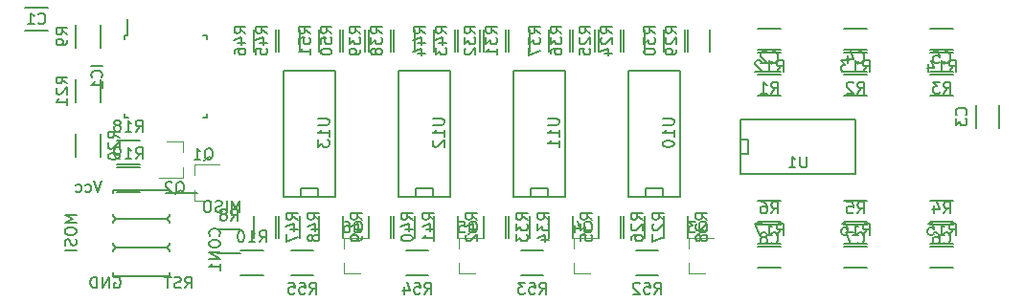
<source format=gbr>
G04 #@! TF.FileFunction,Legend,Bot*
%FSLAX46Y46*%
G04 Gerber Fmt 4.6, Leading zero omitted, Abs format (unit mm)*
G04 Created by KiCad (PCBNEW 4.0.5+dfsg1-4) date Mon Sep 10 20:32:53 2018*
%MOMM*%
%LPD*%
G01*
G04 APERTURE LIST*
%ADD10C,0.100000*%
%ADD11C,0.200000*%
%ADD12C,0.150000*%
%ADD13C,0.120000*%
G04 APERTURE END LIST*
D10*
D11*
X53514428Y-39949381D02*
X53514428Y-38949381D01*
X53181094Y-39663667D01*
X52847761Y-38949381D01*
X52847761Y-39949381D01*
X52371571Y-39949381D02*
X52371571Y-38949381D01*
X51943000Y-39901762D02*
X51800143Y-39949381D01*
X51562047Y-39949381D01*
X51466809Y-39901762D01*
X51419190Y-39854143D01*
X51371571Y-39758905D01*
X51371571Y-39663667D01*
X51419190Y-39568429D01*
X51466809Y-39520810D01*
X51562047Y-39473190D01*
X51752524Y-39425571D01*
X51847762Y-39377952D01*
X51895381Y-39330333D01*
X51943000Y-39235095D01*
X51943000Y-39139857D01*
X51895381Y-39044619D01*
X51847762Y-38997000D01*
X51752524Y-38949381D01*
X51514428Y-38949381D01*
X51371571Y-38997000D01*
X50752524Y-38949381D02*
X50562047Y-38949381D01*
X50466809Y-38997000D01*
X50371571Y-39092238D01*
X50323952Y-39282714D01*
X50323952Y-39616048D01*
X50371571Y-39806524D01*
X50466809Y-39901762D01*
X50562047Y-39949381D01*
X50752524Y-39949381D01*
X50847762Y-39901762D01*
X50943000Y-39806524D01*
X50990619Y-39616048D01*
X50990619Y-39282714D01*
X50943000Y-39092238D01*
X50847762Y-38997000D01*
X50752524Y-38949381D01*
X39060381Y-40211572D02*
X38060381Y-40211572D01*
X38774667Y-40544906D01*
X38060381Y-40878239D01*
X39060381Y-40878239D01*
X38060381Y-41544905D02*
X38060381Y-41735382D01*
X38108000Y-41830620D01*
X38203238Y-41925858D01*
X38393714Y-41973477D01*
X38727048Y-41973477D01*
X38917524Y-41925858D01*
X39012762Y-41830620D01*
X39060381Y-41735382D01*
X39060381Y-41544905D01*
X39012762Y-41449667D01*
X38917524Y-41354429D01*
X38727048Y-41306810D01*
X38393714Y-41306810D01*
X38203238Y-41354429D01*
X38108000Y-41449667D01*
X38060381Y-41544905D01*
X39012762Y-42354429D02*
X39060381Y-42497286D01*
X39060381Y-42735382D01*
X39012762Y-42830620D01*
X38965143Y-42878239D01*
X38869905Y-42925858D01*
X38774667Y-42925858D01*
X38679429Y-42878239D01*
X38631810Y-42830620D01*
X38584190Y-42735382D01*
X38536571Y-42544905D01*
X38488952Y-42449667D01*
X38441333Y-42402048D01*
X38346095Y-42354429D01*
X38250857Y-42354429D01*
X38155619Y-42402048D01*
X38108000Y-42449667D01*
X38060381Y-42544905D01*
X38060381Y-42783001D01*
X38108000Y-42925858D01*
X39060381Y-43354429D02*
X38060381Y-43354429D01*
X41322476Y-37171381D02*
X40989143Y-38171381D01*
X40655809Y-37171381D01*
X39893904Y-38123762D02*
X39989142Y-38171381D01*
X40179619Y-38171381D01*
X40274857Y-38123762D01*
X40322476Y-38076143D01*
X40370095Y-37980905D01*
X40370095Y-37695190D01*
X40322476Y-37599952D01*
X40274857Y-37552333D01*
X40179619Y-37504714D01*
X39989142Y-37504714D01*
X39893904Y-37552333D01*
X39036761Y-38123762D02*
X39131999Y-38171381D01*
X39322476Y-38171381D01*
X39417714Y-38123762D01*
X39465333Y-38076143D01*
X39512952Y-37980905D01*
X39512952Y-37695190D01*
X39465333Y-37599952D01*
X39417714Y-37552333D01*
X39322476Y-37504714D01*
X39131999Y-37504714D01*
X39036761Y-37552333D01*
X48680619Y-46680381D02*
X49013953Y-46204190D01*
X49252048Y-46680381D02*
X49252048Y-45680381D01*
X48871095Y-45680381D01*
X48775857Y-45728000D01*
X48728238Y-45775619D01*
X48680619Y-45870857D01*
X48680619Y-46013714D01*
X48728238Y-46108952D01*
X48775857Y-46156571D01*
X48871095Y-46204190D01*
X49252048Y-46204190D01*
X48299667Y-46632762D02*
X48156810Y-46680381D01*
X47918714Y-46680381D01*
X47823476Y-46632762D01*
X47775857Y-46585143D01*
X47728238Y-46489905D01*
X47728238Y-46394667D01*
X47775857Y-46299429D01*
X47823476Y-46251810D01*
X47918714Y-46204190D01*
X48109191Y-46156571D01*
X48204429Y-46108952D01*
X48252048Y-46061333D01*
X48299667Y-45966095D01*
X48299667Y-45870857D01*
X48252048Y-45775619D01*
X48204429Y-45728000D01*
X48109191Y-45680381D01*
X47871095Y-45680381D01*
X47728238Y-45728000D01*
X47442524Y-45680381D02*
X46871095Y-45680381D01*
X47156810Y-46680381D02*
X47156810Y-45680381D01*
X42417904Y-45728000D02*
X42513142Y-45680381D01*
X42655999Y-45680381D01*
X42798857Y-45728000D01*
X42894095Y-45823238D01*
X42941714Y-45918476D01*
X42989333Y-46108952D01*
X42989333Y-46251810D01*
X42941714Y-46442286D01*
X42894095Y-46537524D01*
X42798857Y-46632762D01*
X42655999Y-46680381D01*
X42560761Y-46680381D01*
X42417904Y-46632762D01*
X42370285Y-46585143D01*
X42370285Y-46251810D01*
X42560761Y-46251810D01*
X41941714Y-46680381D02*
X41941714Y-45680381D01*
X41370285Y-46680381D01*
X41370285Y-45680381D01*
X40894095Y-46680381D02*
X40894095Y-45680381D01*
X40656000Y-45680381D01*
X40513142Y-45728000D01*
X40417904Y-45823238D01*
X40370285Y-45918476D01*
X40322666Y-46108952D01*
X40322666Y-46251810D01*
X40370285Y-46442286D01*
X40417904Y-46537524D01*
X40513142Y-46632762D01*
X40656000Y-46680381D01*
X40894095Y-46680381D01*
D12*
X43365000Y-24315000D02*
X43590000Y-24315000D01*
X43365000Y-31565000D02*
X43690000Y-31565000D01*
X50615000Y-31565000D02*
X50290000Y-31565000D01*
X50615000Y-24315000D02*
X50290000Y-24315000D01*
X43365000Y-24315000D02*
X43365000Y-24640000D01*
X50615000Y-24315000D02*
X50615000Y-24640000D01*
X50615000Y-31565000D02*
X50615000Y-31240000D01*
X43365000Y-31565000D02*
X43365000Y-31240000D01*
X43590000Y-24315000D02*
X43590000Y-22890000D01*
X99330000Y-44890000D02*
X101330000Y-44890000D01*
X101330000Y-42740000D02*
X99330000Y-42740000D01*
X36560000Y-23885000D02*
X34560000Y-23885000D01*
X34560000Y-21835000D02*
X36560000Y-21835000D01*
X99330000Y-27550000D02*
X101330000Y-27550000D01*
X101330000Y-29600000D02*
X99330000Y-29600000D01*
X118609000Y-32496000D02*
X118609000Y-30496000D01*
X120659000Y-30496000D02*
X120659000Y-32496000D01*
X106950000Y-27550000D02*
X108950000Y-27550000D01*
X108950000Y-29600000D02*
X106950000Y-29600000D01*
X114570000Y-27550000D02*
X116570000Y-27550000D01*
X116570000Y-29600000D02*
X114570000Y-29600000D01*
X116570000Y-41030000D02*
X114570000Y-41030000D01*
X114570000Y-38980000D02*
X116570000Y-38980000D01*
X108950000Y-41030000D02*
X106950000Y-41030000D01*
X106950000Y-38980000D02*
X108950000Y-38980000D01*
X101330000Y-41030000D02*
X99330000Y-41030000D01*
X99330000Y-38980000D02*
X101330000Y-38980000D01*
X47331000Y-38283000D02*
X49756000Y-38283000D01*
X47081000Y-40513000D02*
X42581000Y-40513000D01*
X42331000Y-45593000D02*
X42331000Y-45313000D01*
X42331000Y-45593000D02*
X47331000Y-45593000D01*
X47331000Y-45593000D02*
X47331000Y-45313000D01*
X47331000Y-37973000D02*
X47331000Y-38253000D01*
X42331000Y-37973000D02*
X47331000Y-37973000D01*
X42331000Y-40132000D02*
X42331000Y-40259000D01*
X42331000Y-40259000D02*
X42585000Y-40513000D01*
X42585000Y-40513000D02*
X42331000Y-40767000D01*
X42331000Y-40767000D02*
X42331000Y-40894000D01*
X42331000Y-37973000D02*
X42331000Y-38253000D01*
X42331000Y-42672000D02*
X42331000Y-42799000D01*
X47331000Y-40894000D02*
X47331000Y-40767000D01*
X42585000Y-43053000D02*
X42331000Y-43307000D01*
X47077000Y-40513000D02*
X47331000Y-40259000D01*
X42331000Y-43307000D02*
X42331000Y-43434000D01*
X47331000Y-40259000D02*
X47331000Y-40132000D01*
X42331000Y-42799000D02*
X42585000Y-43053000D01*
X47331000Y-40767000D02*
X47077000Y-40513000D01*
X47331000Y-43434000D02*
X47331000Y-43307000D01*
X47331000Y-42799000D02*
X47331000Y-42672000D01*
X47077000Y-43053000D02*
X47331000Y-42799000D01*
X47331000Y-43307000D02*
X47077000Y-43053000D01*
X47081000Y-43053000D02*
X42581000Y-43053000D01*
D13*
X49532000Y-38918000D02*
X49532000Y-37988000D01*
X49532000Y-35758000D02*
X49532000Y-36688000D01*
X49532000Y-35758000D02*
X51692000Y-35758000D01*
X49532000Y-38918000D02*
X50992000Y-38918000D01*
X48512000Y-33726000D02*
X48512000Y-34656000D01*
X48512000Y-36886000D02*
X48512000Y-35956000D01*
X48512000Y-36886000D02*
X46352000Y-36886000D01*
X48512000Y-33726000D02*
X47052000Y-33726000D01*
X93220000Y-45395000D02*
X93220000Y-44465000D01*
X93220000Y-42235000D02*
X93220000Y-43165000D01*
X93220000Y-42235000D02*
X95380000Y-42235000D01*
X93220000Y-45395000D02*
X94680000Y-45395000D01*
X83060000Y-45395000D02*
X83060000Y-44465000D01*
X83060000Y-42235000D02*
X83060000Y-43165000D01*
X83060000Y-42235000D02*
X85220000Y-42235000D01*
X83060000Y-45395000D02*
X84520000Y-45395000D01*
X72900000Y-45395000D02*
X72900000Y-44465000D01*
X72900000Y-42235000D02*
X72900000Y-43165000D01*
X72900000Y-42235000D02*
X75060000Y-42235000D01*
X72900000Y-45395000D02*
X74360000Y-45395000D01*
X62740000Y-45395000D02*
X62740000Y-44465000D01*
X62740000Y-42235000D02*
X62740000Y-43165000D01*
X62740000Y-42235000D02*
X64900000Y-42235000D01*
X62740000Y-45395000D02*
X64200000Y-45395000D01*
D12*
X101330000Y-25595000D02*
X99330000Y-25595000D01*
X99330000Y-27745000D02*
X101330000Y-27745000D01*
X108950000Y-25595000D02*
X106950000Y-25595000D01*
X106950000Y-27745000D02*
X108950000Y-27745000D01*
X116570000Y-25595000D02*
X114570000Y-25595000D01*
X114570000Y-27745000D02*
X116570000Y-27745000D01*
X114570000Y-42985000D02*
X116570000Y-42985000D01*
X116570000Y-40835000D02*
X114570000Y-40835000D01*
X106950000Y-42985000D02*
X108950000Y-42985000D01*
X108950000Y-40835000D02*
X106950000Y-40835000D01*
X99330000Y-42985000D02*
X101330000Y-42985000D01*
X101330000Y-40835000D02*
X99330000Y-40835000D01*
X51578000Y-43620000D02*
X53578000Y-43620000D01*
X53578000Y-41470000D02*
X51578000Y-41470000D01*
X41207000Y-25384000D02*
X41207000Y-23384000D01*
X39057000Y-23384000D02*
X39057000Y-25384000D01*
X53610000Y-45525000D02*
X55610000Y-45525000D01*
X55610000Y-43375000D02*
X53610000Y-43375000D01*
X101330000Y-23690000D02*
X99330000Y-23690000D01*
X99330000Y-25840000D02*
X101330000Y-25840000D01*
X108950000Y-23690000D02*
X106950000Y-23690000D01*
X106950000Y-25840000D02*
X108950000Y-25840000D01*
X116570000Y-23690000D02*
X114570000Y-23690000D01*
X114570000Y-25840000D02*
X116570000Y-25840000D01*
X114570000Y-44890000D02*
X116570000Y-44890000D01*
X116570000Y-42740000D02*
X114570000Y-42740000D01*
X106950000Y-44890000D02*
X108950000Y-44890000D01*
X108950000Y-42740000D02*
X106950000Y-42740000D01*
X42688000Y-35746000D02*
X44688000Y-35746000D01*
X44688000Y-33596000D02*
X42688000Y-33596000D01*
X42688000Y-38159000D02*
X44688000Y-38159000D01*
X44688000Y-36009000D02*
X42688000Y-36009000D01*
X39057000Y-33036000D02*
X39057000Y-35036000D01*
X41207000Y-35036000D02*
X41207000Y-33036000D01*
X41207000Y-30210000D02*
X41207000Y-28210000D01*
X39057000Y-28210000D02*
X39057000Y-30210000D01*
X89340000Y-25765000D02*
X89340000Y-23765000D01*
X87190000Y-23765000D02*
X87190000Y-25765000D01*
X87435000Y-25765000D02*
X87435000Y-23765000D01*
X85285000Y-23765000D02*
X85285000Y-25765000D01*
X85285000Y-40275000D02*
X85285000Y-42275000D01*
X87435000Y-42275000D02*
X87435000Y-40275000D01*
X87190000Y-40275000D02*
X87190000Y-42275000D01*
X89340000Y-42275000D02*
X89340000Y-40275000D01*
X91000000Y-40275000D02*
X91000000Y-42275000D01*
X93150000Y-42275000D02*
X93150000Y-40275000D01*
X95055000Y-25765000D02*
X95055000Y-23765000D01*
X92905000Y-23765000D02*
X92905000Y-25765000D01*
X93150000Y-25765000D02*
X93150000Y-23765000D01*
X91000000Y-23765000D02*
X91000000Y-25765000D01*
X79180000Y-25765000D02*
X79180000Y-23765000D01*
X77030000Y-23765000D02*
X77030000Y-25765000D01*
X77275000Y-25765000D02*
X77275000Y-23765000D01*
X75125000Y-23765000D02*
X75125000Y-25765000D01*
X75125000Y-40275000D02*
X75125000Y-42275000D01*
X77275000Y-42275000D02*
X77275000Y-40275000D01*
X77030000Y-40275000D02*
X77030000Y-42275000D01*
X79180000Y-42275000D02*
X79180000Y-40275000D01*
X80840000Y-40275000D02*
X80840000Y-42275000D01*
X82990000Y-42275000D02*
X82990000Y-40275000D01*
X84895000Y-25765000D02*
X84895000Y-23765000D01*
X82745000Y-23765000D02*
X82745000Y-25765000D01*
X82990000Y-25765000D02*
X82990000Y-23765000D01*
X80840000Y-23765000D02*
X80840000Y-25765000D01*
X69020000Y-25765000D02*
X69020000Y-23765000D01*
X66870000Y-23765000D02*
X66870000Y-25765000D01*
X67115000Y-25765000D02*
X67115000Y-23765000D01*
X64965000Y-23765000D02*
X64965000Y-25765000D01*
X64965000Y-40275000D02*
X64965000Y-42275000D01*
X67115000Y-42275000D02*
X67115000Y-40275000D01*
X66870000Y-40275000D02*
X66870000Y-42275000D01*
X69020000Y-42275000D02*
X69020000Y-40275000D01*
X70680000Y-40275000D02*
X70680000Y-42275000D01*
X72830000Y-42275000D02*
X72830000Y-40275000D01*
X74735000Y-25765000D02*
X74735000Y-23765000D01*
X72585000Y-23765000D02*
X72585000Y-25765000D01*
X72830000Y-25765000D02*
X72830000Y-23765000D01*
X70680000Y-23765000D02*
X70680000Y-25765000D01*
X58860000Y-25765000D02*
X58860000Y-23765000D01*
X56710000Y-23765000D02*
X56710000Y-25765000D01*
X56955000Y-25765000D02*
X56955000Y-23765000D01*
X54805000Y-23765000D02*
X54805000Y-25765000D01*
X54805000Y-40275000D02*
X54805000Y-42275000D01*
X56955000Y-42275000D02*
X56955000Y-40275000D01*
X56710000Y-40275000D02*
X56710000Y-42275000D01*
X58860000Y-42275000D02*
X58860000Y-40275000D01*
X60520000Y-40275000D02*
X60520000Y-42275000D01*
X62670000Y-42275000D02*
X62670000Y-40275000D01*
X64575000Y-25765000D02*
X64575000Y-23765000D01*
X62425000Y-23765000D02*
X62425000Y-25765000D01*
X62670000Y-25765000D02*
X62670000Y-23765000D01*
X60520000Y-23765000D02*
X60520000Y-25765000D01*
X90535000Y-43375000D02*
X88535000Y-43375000D01*
X88535000Y-45525000D02*
X90535000Y-45525000D01*
X80375000Y-43375000D02*
X78375000Y-43375000D01*
X78375000Y-45525000D02*
X80375000Y-45525000D01*
X70215000Y-43375000D02*
X68215000Y-43375000D01*
X68215000Y-45525000D02*
X70215000Y-45525000D01*
X60055000Y-43375000D02*
X58055000Y-43375000D01*
X58055000Y-45525000D02*
X60055000Y-45525000D01*
X107950000Y-36576000D02*
X107950000Y-31750000D01*
X107950000Y-31750000D02*
X97790000Y-31750000D01*
X97790000Y-31750000D02*
X97790000Y-36576000D01*
X97790000Y-36576000D02*
X107950000Y-36576000D01*
X97790000Y-34798000D02*
X98425000Y-34798000D01*
X98425000Y-34798000D02*
X98425000Y-33528000D01*
X98425000Y-33528000D02*
X97790000Y-33528000D01*
X90932000Y-38608000D02*
X90932000Y-37846000D01*
X90932000Y-37846000D02*
X89408000Y-37846000D01*
X89408000Y-37846000D02*
X89408000Y-38608000D01*
X92456000Y-27432000D02*
X87884000Y-27432000D01*
X87884000Y-27432000D02*
X87884000Y-38608000D01*
X87884000Y-38608000D02*
X92456000Y-38608000D01*
X92456000Y-38608000D02*
X92456000Y-27432000D01*
X80772000Y-38608000D02*
X80772000Y-37846000D01*
X80772000Y-37846000D02*
X79248000Y-37846000D01*
X79248000Y-37846000D02*
X79248000Y-38608000D01*
X82296000Y-27432000D02*
X77724000Y-27432000D01*
X77724000Y-27432000D02*
X77724000Y-38608000D01*
X77724000Y-38608000D02*
X82296000Y-38608000D01*
X82296000Y-38608000D02*
X82296000Y-27432000D01*
X70612000Y-38608000D02*
X70612000Y-37846000D01*
X70612000Y-37846000D02*
X69088000Y-37846000D01*
X69088000Y-37846000D02*
X69088000Y-38608000D01*
X72136000Y-27432000D02*
X67564000Y-27432000D01*
X67564000Y-27432000D02*
X67564000Y-38608000D01*
X67564000Y-38608000D02*
X72136000Y-38608000D01*
X72136000Y-38608000D02*
X72136000Y-27432000D01*
X60452000Y-38608000D02*
X60452000Y-37846000D01*
X60452000Y-37846000D02*
X58928000Y-37846000D01*
X58928000Y-37846000D02*
X58928000Y-38608000D01*
X61976000Y-27432000D02*
X57404000Y-27432000D01*
X57404000Y-27432000D02*
X57404000Y-38608000D01*
X57404000Y-38608000D02*
X61976000Y-38608000D01*
X61976000Y-38608000D02*
X61976000Y-27432000D01*
X41392381Y-26963810D02*
X40392381Y-26963810D01*
X41297143Y-28011429D02*
X41344762Y-27963810D01*
X41392381Y-27820953D01*
X41392381Y-27725715D01*
X41344762Y-27582857D01*
X41249524Y-27487619D01*
X41154286Y-27440000D01*
X40963810Y-27392381D01*
X40820952Y-27392381D01*
X40630476Y-27440000D01*
X40535238Y-27487619D01*
X40440000Y-27582857D01*
X40392381Y-27725715D01*
X40392381Y-27820953D01*
X40440000Y-27963810D01*
X40487619Y-28011429D01*
X41392381Y-28963810D02*
X41392381Y-28392381D01*
X41392381Y-28678095D02*
X40392381Y-28678095D01*
X40535238Y-28582857D01*
X40630476Y-28487619D01*
X40678095Y-28392381D01*
X100972857Y-41967381D02*
X101306191Y-41491190D01*
X101544286Y-41967381D02*
X101544286Y-40967381D01*
X101163333Y-40967381D01*
X101068095Y-41015000D01*
X101020476Y-41062619D01*
X100972857Y-41157857D01*
X100972857Y-41300714D01*
X101020476Y-41395952D01*
X101068095Y-41443571D01*
X101163333Y-41491190D01*
X101544286Y-41491190D01*
X100020476Y-41967381D02*
X100591905Y-41967381D01*
X100306191Y-41967381D02*
X100306191Y-40967381D01*
X100401429Y-41110238D01*
X100496667Y-41205476D01*
X100591905Y-41253095D01*
X99687143Y-40967381D02*
X99020476Y-40967381D01*
X99449048Y-41967381D01*
X35726666Y-23217143D02*
X35774285Y-23264762D01*
X35917142Y-23312381D01*
X36012380Y-23312381D01*
X36155238Y-23264762D01*
X36250476Y-23169524D01*
X36298095Y-23074286D01*
X36345714Y-22883810D01*
X36345714Y-22740952D01*
X36298095Y-22550476D01*
X36250476Y-22455238D01*
X36155238Y-22360000D01*
X36012380Y-22312381D01*
X35917142Y-22312381D01*
X35774285Y-22360000D01*
X35726666Y-22407619D01*
X34774285Y-23312381D02*
X35345714Y-23312381D01*
X35060000Y-23312381D02*
X35060000Y-22312381D01*
X35155238Y-22455238D01*
X35250476Y-22550476D01*
X35345714Y-22598095D01*
X100496666Y-26632143D02*
X100544285Y-26679762D01*
X100687142Y-26727381D01*
X100782380Y-26727381D01*
X100925238Y-26679762D01*
X101020476Y-26584524D01*
X101068095Y-26489286D01*
X101115714Y-26298810D01*
X101115714Y-26155952D01*
X101068095Y-25965476D01*
X101020476Y-25870238D01*
X100925238Y-25775000D01*
X100782380Y-25727381D01*
X100687142Y-25727381D01*
X100544285Y-25775000D01*
X100496666Y-25822619D01*
X100115714Y-25822619D02*
X100068095Y-25775000D01*
X99972857Y-25727381D01*
X99734761Y-25727381D01*
X99639523Y-25775000D01*
X99591904Y-25822619D01*
X99544285Y-25917857D01*
X99544285Y-26013095D01*
X99591904Y-26155952D01*
X100163333Y-26727381D01*
X99544285Y-26727381D01*
X117691143Y-31329334D02*
X117738762Y-31281715D01*
X117786381Y-31138858D01*
X117786381Y-31043620D01*
X117738762Y-30900762D01*
X117643524Y-30805524D01*
X117548286Y-30757905D01*
X117357810Y-30710286D01*
X117214952Y-30710286D01*
X117024476Y-30757905D01*
X116929238Y-30805524D01*
X116834000Y-30900762D01*
X116786381Y-31043620D01*
X116786381Y-31138858D01*
X116834000Y-31281715D01*
X116881619Y-31329334D01*
X116786381Y-31662667D02*
X116786381Y-32281715D01*
X117167333Y-31948381D01*
X117167333Y-32091239D01*
X117214952Y-32186477D01*
X117262571Y-32234096D01*
X117357810Y-32281715D01*
X117595905Y-32281715D01*
X117691143Y-32234096D01*
X117738762Y-32186477D01*
X117786381Y-32091239D01*
X117786381Y-31805524D01*
X117738762Y-31710286D01*
X117691143Y-31662667D01*
X108116666Y-26632143D02*
X108164285Y-26679762D01*
X108307142Y-26727381D01*
X108402380Y-26727381D01*
X108545238Y-26679762D01*
X108640476Y-26584524D01*
X108688095Y-26489286D01*
X108735714Y-26298810D01*
X108735714Y-26155952D01*
X108688095Y-25965476D01*
X108640476Y-25870238D01*
X108545238Y-25775000D01*
X108402380Y-25727381D01*
X108307142Y-25727381D01*
X108164285Y-25775000D01*
X108116666Y-25822619D01*
X107259523Y-26060714D02*
X107259523Y-26727381D01*
X107497619Y-25679762D02*
X107735714Y-26394048D01*
X107116666Y-26394048D01*
X115736666Y-26632143D02*
X115784285Y-26679762D01*
X115927142Y-26727381D01*
X116022380Y-26727381D01*
X116165238Y-26679762D01*
X116260476Y-26584524D01*
X116308095Y-26489286D01*
X116355714Y-26298810D01*
X116355714Y-26155952D01*
X116308095Y-25965476D01*
X116260476Y-25870238D01*
X116165238Y-25775000D01*
X116022380Y-25727381D01*
X115927142Y-25727381D01*
X115784285Y-25775000D01*
X115736666Y-25822619D01*
X114831904Y-25727381D02*
X115308095Y-25727381D01*
X115355714Y-26203571D01*
X115308095Y-26155952D01*
X115212857Y-26108333D01*
X114974761Y-26108333D01*
X114879523Y-26155952D01*
X114831904Y-26203571D01*
X114784285Y-26298810D01*
X114784285Y-26536905D01*
X114831904Y-26632143D01*
X114879523Y-26679762D01*
X114974761Y-26727381D01*
X115212857Y-26727381D01*
X115308095Y-26679762D01*
X115355714Y-26632143D01*
X115736666Y-42662143D02*
X115784285Y-42709762D01*
X115927142Y-42757381D01*
X116022380Y-42757381D01*
X116165238Y-42709762D01*
X116260476Y-42614524D01*
X116308095Y-42519286D01*
X116355714Y-42328810D01*
X116355714Y-42185952D01*
X116308095Y-41995476D01*
X116260476Y-41900238D01*
X116165238Y-41805000D01*
X116022380Y-41757381D01*
X115927142Y-41757381D01*
X115784285Y-41805000D01*
X115736666Y-41852619D01*
X114879523Y-41757381D02*
X115070000Y-41757381D01*
X115165238Y-41805000D01*
X115212857Y-41852619D01*
X115308095Y-41995476D01*
X115355714Y-42185952D01*
X115355714Y-42566905D01*
X115308095Y-42662143D01*
X115260476Y-42709762D01*
X115165238Y-42757381D01*
X114974761Y-42757381D01*
X114879523Y-42709762D01*
X114831904Y-42662143D01*
X114784285Y-42566905D01*
X114784285Y-42328810D01*
X114831904Y-42233571D01*
X114879523Y-42185952D01*
X114974761Y-42138333D01*
X115165238Y-42138333D01*
X115260476Y-42185952D01*
X115308095Y-42233571D01*
X115355714Y-42328810D01*
X108116666Y-42662143D02*
X108164285Y-42709762D01*
X108307142Y-42757381D01*
X108402380Y-42757381D01*
X108545238Y-42709762D01*
X108640476Y-42614524D01*
X108688095Y-42519286D01*
X108735714Y-42328810D01*
X108735714Y-42185952D01*
X108688095Y-41995476D01*
X108640476Y-41900238D01*
X108545238Y-41805000D01*
X108402380Y-41757381D01*
X108307142Y-41757381D01*
X108164285Y-41805000D01*
X108116666Y-41852619D01*
X107783333Y-41757381D02*
X107116666Y-41757381D01*
X107545238Y-42757381D01*
X100496666Y-42662143D02*
X100544285Y-42709762D01*
X100687142Y-42757381D01*
X100782380Y-42757381D01*
X100925238Y-42709762D01*
X101020476Y-42614524D01*
X101068095Y-42519286D01*
X101115714Y-42328810D01*
X101115714Y-42185952D01*
X101068095Y-41995476D01*
X101020476Y-41900238D01*
X100925238Y-41805000D01*
X100782380Y-41757381D01*
X100687142Y-41757381D01*
X100544285Y-41805000D01*
X100496666Y-41852619D01*
X99925238Y-42185952D02*
X100020476Y-42138333D01*
X100068095Y-42090714D01*
X100115714Y-41995476D01*
X100115714Y-41947857D01*
X100068095Y-41852619D01*
X100020476Y-41805000D01*
X99925238Y-41757381D01*
X99734761Y-41757381D01*
X99639523Y-41805000D01*
X99591904Y-41852619D01*
X99544285Y-41947857D01*
X99544285Y-41995476D01*
X99591904Y-42090714D01*
X99639523Y-42138333D01*
X99734761Y-42185952D01*
X99925238Y-42185952D01*
X100020476Y-42233571D01*
X100068095Y-42281190D01*
X100115714Y-42376429D01*
X100115714Y-42566905D01*
X100068095Y-42662143D01*
X100020476Y-42709762D01*
X99925238Y-42757381D01*
X99734761Y-42757381D01*
X99639523Y-42709762D01*
X99591904Y-42662143D01*
X99544285Y-42566905D01*
X99544285Y-42376429D01*
X99591904Y-42281190D01*
X99639523Y-42233571D01*
X99734761Y-42185952D01*
X51688143Y-42038715D02*
X51735762Y-41991096D01*
X51783381Y-41848239D01*
X51783381Y-41753001D01*
X51735762Y-41610143D01*
X51640524Y-41514905D01*
X51545286Y-41467286D01*
X51354810Y-41419667D01*
X51211952Y-41419667D01*
X51021476Y-41467286D01*
X50926238Y-41514905D01*
X50831000Y-41610143D01*
X50783381Y-41753001D01*
X50783381Y-41848239D01*
X50831000Y-41991096D01*
X50878619Y-42038715D01*
X50783381Y-42657762D02*
X50783381Y-42848239D01*
X50831000Y-42943477D01*
X50926238Y-43038715D01*
X51116714Y-43086334D01*
X51450048Y-43086334D01*
X51640524Y-43038715D01*
X51735762Y-42943477D01*
X51783381Y-42848239D01*
X51783381Y-42657762D01*
X51735762Y-42562524D01*
X51640524Y-42467286D01*
X51450048Y-42419667D01*
X51116714Y-42419667D01*
X50926238Y-42467286D01*
X50831000Y-42562524D01*
X50783381Y-42657762D01*
X51783381Y-43514905D02*
X50783381Y-43514905D01*
X51783381Y-44086334D01*
X50783381Y-44086334D01*
X51783381Y-45086334D02*
X51783381Y-44514905D01*
X51783381Y-44800619D02*
X50783381Y-44800619D01*
X50926238Y-44705381D01*
X51021476Y-44610143D01*
X51069095Y-44514905D01*
X50387238Y-35385619D02*
X50482476Y-35338000D01*
X50577714Y-35242762D01*
X50720571Y-35099905D01*
X50815810Y-35052286D01*
X50911048Y-35052286D01*
X50863429Y-35290381D02*
X50958667Y-35242762D01*
X51053905Y-35147524D01*
X51101524Y-34957048D01*
X51101524Y-34623714D01*
X51053905Y-34433238D01*
X50958667Y-34338000D01*
X50863429Y-34290381D01*
X50672952Y-34290381D01*
X50577714Y-34338000D01*
X50482476Y-34433238D01*
X50434857Y-34623714D01*
X50434857Y-34957048D01*
X50482476Y-35147524D01*
X50577714Y-35242762D01*
X50672952Y-35290381D01*
X50863429Y-35290381D01*
X49482476Y-35290381D02*
X50053905Y-35290381D01*
X49768191Y-35290381D02*
X49768191Y-34290381D01*
X49863429Y-34433238D01*
X49958667Y-34528476D01*
X50053905Y-34576095D01*
X47847238Y-38353619D02*
X47942476Y-38306000D01*
X48037714Y-38210762D01*
X48180571Y-38067905D01*
X48275810Y-38020286D01*
X48371048Y-38020286D01*
X48323429Y-38258381D02*
X48418667Y-38210762D01*
X48513905Y-38115524D01*
X48561524Y-37925048D01*
X48561524Y-37591714D01*
X48513905Y-37401238D01*
X48418667Y-37306000D01*
X48323429Y-37258381D01*
X48132952Y-37258381D01*
X48037714Y-37306000D01*
X47942476Y-37401238D01*
X47894857Y-37591714D01*
X47894857Y-37925048D01*
X47942476Y-38115524D01*
X48037714Y-38210762D01*
X48132952Y-38258381D01*
X48323429Y-38258381D01*
X47513905Y-37353619D02*
X47466286Y-37306000D01*
X47371048Y-37258381D01*
X47132952Y-37258381D01*
X47037714Y-37306000D01*
X46990095Y-37353619D01*
X46942476Y-37448857D01*
X46942476Y-37544095D01*
X46990095Y-37686952D01*
X47561524Y-38258381D01*
X46942476Y-38258381D01*
X94075238Y-41862619D02*
X94170476Y-41815000D01*
X94265714Y-41719762D01*
X94408571Y-41576905D01*
X94503810Y-41529286D01*
X94599048Y-41529286D01*
X94551429Y-41767381D02*
X94646667Y-41719762D01*
X94741905Y-41624524D01*
X94789524Y-41434048D01*
X94789524Y-41100714D01*
X94741905Y-40910238D01*
X94646667Y-40815000D01*
X94551429Y-40767381D01*
X94360952Y-40767381D01*
X94265714Y-40815000D01*
X94170476Y-40910238D01*
X94122857Y-41100714D01*
X94122857Y-41434048D01*
X94170476Y-41624524D01*
X94265714Y-41719762D01*
X94360952Y-41767381D01*
X94551429Y-41767381D01*
X93789524Y-40767381D02*
X93170476Y-40767381D01*
X93503810Y-41148333D01*
X93360952Y-41148333D01*
X93265714Y-41195952D01*
X93218095Y-41243571D01*
X93170476Y-41338810D01*
X93170476Y-41576905D01*
X93218095Y-41672143D01*
X93265714Y-41719762D01*
X93360952Y-41767381D01*
X93646667Y-41767381D01*
X93741905Y-41719762D01*
X93789524Y-41672143D01*
X83915238Y-41862619D02*
X84010476Y-41815000D01*
X84105714Y-41719762D01*
X84248571Y-41576905D01*
X84343810Y-41529286D01*
X84439048Y-41529286D01*
X84391429Y-41767381D02*
X84486667Y-41719762D01*
X84581905Y-41624524D01*
X84629524Y-41434048D01*
X84629524Y-41100714D01*
X84581905Y-40910238D01*
X84486667Y-40815000D01*
X84391429Y-40767381D01*
X84200952Y-40767381D01*
X84105714Y-40815000D01*
X84010476Y-40910238D01*
X83962857Y-41100714D01*
X83962857Y-41434048D01*
X84010476Y-41624524D01*
X84105714Y-41719762D01*
X84200952Y-41767381D01*
X84391429Y-41767381D01*
X83105714Y-41100714D02*
X83105714Y-41767381D01*
X83343810Y-40719762D02*
X83581905Y-41434048D01*
X82962857Y-41434048D01*
X73755238Y-41862619D02*
X73850476Y-41815000D01*
X73945714Y-41719762D01*
X74088571Y-41576905D01*
X74183810Y-41529286D01*
X74279048Y-41529286D01*
X74231429Y-41767381D02*
X74326667Y-41719762D01*
X74421905Y-41624524D01*
X74469524Y-41434048D01*
X74469524Y-41100714D01*
X74421905Y-40910238D01*
X74326667Y-40815000D01*
X74231429Y-40767381D01*
X74040952Y-40767381D01*
X73945714Y-40815000D01*
X73850476Y-40910238D01*
X73802857Y-41100714D01*
X73802857Y-41434048D01*
X73850476Y-41624524D01*
X73945714Y-41719762D01*
X74040952Y-41767381D01*
X74231429Y-41767381D01*
X72898095Y-40767381D02*
X73374286Y-40767381D01*
X73421905Y-41243571D01*
X73374286Y-41195952D01*
X73279048Y-41148333D01*
X73040952Y-41148333D01*
X72945714Y-41195952D01*
X72898095Y-41243571D01*
X72850476Y-41338810D01*
X72850476Y-41576905D01*
X72898095Y-41672143D01*
X72945714Y-41719762D01*
X73040952Y-41767381D01*
X73279048Y-41767381D01*
X73374286Y-41719762D01*
X73421905Y-41672143D01*
X63595238Y-41862619D02*
X63690476Y-41815000D01*
X63785714Y-41719762D01*
X63928571Y-41576905D01*
X64023810Y-41529286D01*
X64119048Y-41529286D01*
X64071429Y-41767381D02*
X64166667Y-41719762D01*
X64261905Y-41624524D01*
X64309524Y-41434048D01*
X64309524Y-41100714D01*
X64261905Y-40910238D01*
X64166667Y-40815000D01*
X64071429Y-40767381D01*
X63880952Y-40767381D01*
X63785714Y-40815000D01*
X63690476Y-40910238D01*
X63642857Y-41100714D01*
X63642857Y-41434048D01*
X63690476Y-41624524D01*
X63785714Y-41719762D01*
X63880952Y-41767381D01*
X64071429Y-41767381D01*
X62785714Y-40767381D02*
X62976191Y-40767381D01*
X63071429Y-40815000D01*
X63119048Y-40862619D01*
X63214286Y-41005476D01*
X63261905Y-41195952D01*
X63261905Y-41576905D01*
X63214286Y-41672143D01*
X63166667Y-41719762D01*
X63071429Y-41767381D01*
X62880952Y-41767381D01*
X62785714Y-41719762D01*
X62738095Y-41672143D01*
X62690476Y-41576905D01*
X62690476Y-41338810D01*
X62738095Y-41243571D01*
X62785714Y-41195952D01*
X62880952Y-41148333D01*
X63071429Y-41148333D01*
X63166667Y-41195952D01*
X63214286Y-41243571D01*
X63261905Y-41338810D01*
X100496666Y-29422381D02*
X100830000Y-28946190D01*
X101068095Y-29422381D02*
X101068095Y-28422381D01*
X100687142Y-28422381D01*
X100591904Y-28470000D01*
X100544285Y-28517619D01*
X100496666Y-28612857D01*
X100496666Y-28755714D01*
X100544285Y-28850952D01*
X100591904Y-28898571D01*
X100687142Y-28946190D01*
X101068095Y-28946190D01*
X99544285Y-29422381D02*
X100115714Y-29422381D01*
X99830000Y-29422381D02*
X99830000Y-28422381D01*
X99925238Y-28565238D01*
X100020476Y-28660476D01*
X100115714Y-28708095D01*
X108116666Y-29422381D02*
X108450000Y-28946190D01*
X108688095Y-29422381D02*
X108688095Y-28422381D01*
X108307142Y-28422381D01*
X108211904Y-28470000D01*
X108164285Y-28517619D01*
X108116666Y-28612857D01*
X108116666Y-28755714D01*
X108164285Y-28850952D01*
X108211904Y-28898571D01*
X108307142Y-28946190D01*
X108688095Y-28946190D01*
X107735714Y-28517619D02*
X107688095Y-28470000D01*
X107592857Y-28422381D01*
X107354761Y-28422381D01*
X107259523Y-28470000D01*
X107211904Y-28517619D01*
X107164285Y-28612857D01*
X107164285Y-28708095D01*
X107211904Y-28850952D01*
X107783333Y-29422381D01*
X107164285Y-29422381D01*
X115736666Y-29422381D02*
X116070000Y-28946190D01*
X116308095Y-29422381D02*
X116308095Y-28422381D01*
X115927142Y-28422381D01*
X115831904Y-28470000D01*
X115784285Y-28517619D01*
X115736666Y-28612857D01*
X115736666Y-28755714D01*
X115784285Y-28850952D01*
X115831904Y-28898571D01*
X115927142Y-28946190D01*
X116308095Y-28946190D01*
X115403333Y-28422381D02*
X114784285Y-28422381D01*
X115117619Y-28803333D01*
X114974761Y-28803333D01*
X114879523Y-28850952D01*
X114831904Y-28898571D01*
X114784285Y-28993810D01*
X114784285Y-29231905D01*
X114831904Y-29327143D01*
X114879523Y-29374762D01*
X114974761Y-29422381D01*
X115260476Y-29422381D01*
X115355714Y-29374762D01*
X115403333Y-29327143D01*
X115736666Y-40062381D02*
X116070000Y-39586190D01*
X116308095Y-40062381D02*
X116308095Y-39062381D01*
X115927142Y-39062381D01*
X115831904Y-39110000D01*
X115784285Y-39157619D01*
X115736666Y-39252857D01*
X115736666Y-39395714D01*
X115784285Y-39490952D01*
X115831904Y-39538571D01*
X115927142Y-39586190D01*
X116308095Y-39586190D01*
X114879523Y-39395714D02*
X114879523Y-40062381D01*
X115117619Y-39014762D02*
X115355714Y-39729048D01*
X114736666Y-39729048D01*
X108116666Y-40062381D02*
X108450000Y-39586190D01*
X108688095Y-40062381D02*
X108688095Y-39062381D01*
X108307142Y-39062381D01*
X108211904Y-39110000D01*
X108164285Y-39157619D01*
X108116666Y-39252857D01*
X108116666Y-39395714D01*
X108164285Y-39490952D01*
X108211904Y-39538571D01*
X108307142Y-39586190D01*
X108688095Y-39586190D01*
X107211904Y-39062381D02*
X107688095Y-39062381D01*
X107735714Y-39538571D01*
X107688095Y-39490952D01*
X107592857Y-39443333D01*
X107354761Y-39443333D01*
X107259523Y-39490952D01*
X107211904Y-39538571D01*
X107164285Y-39633810D01*
X107164285Y-39871905D01*
X107211904Y-39967143D01*
X107259523Y-40014762D01*
X107354761Y-40062381D01*
X107592857Y-40062381D01*
X107688095Y-40014762D01*
X107735714Y-39967143D01*
X100496666Y-40062381D02*
X100830000Y-39586190D01*
X101068095Y-40062381D02*
X101068095Y-39062381D01*
X100687142Y-39062381D01*
X100591904Y-39110000D01*
X100544285Y-39157619D01*
X100496666Y-39252857D01*
X100496666Y-39395714D01*
X100544285Y-39490952D01*
X100591904Y-39538571D01*
X100687142Y-39586190D01*
X101068095Y-39586190D01*
X99639523Y-39062381D02*
X99830000Y-39062381D01*
X99925238Y-39110000D01*
X99972857Y-39157619D01*
X100068095Y-39300476D01*
X100115714Y-39490952D01*
X100115714Y-39871905D01*
X100068095Y-39967143D01*
X100020476Y-40014762D01*
X99925238Y-40062381D01*
X99734761Y-40062381D01*
X99639523Y-40014762D01*
X99591904Y-39967143D01*
X99544285Y-39871905D01*
X99544285Y-39633810D01*
X99591904Y-39538571D01*
X99639523Y-39490952D01*
X99734761Y-39443333D01*
X99925238Y-39443333D01*
X100020476Y-39490952D01*
X100068095Y-39538571D01*
X100115714Y-39633810D01*
X52744666Y-40697381D02*
X53078000Y-40221190D01*
X53316095Y-40697381D02*
X53316095Y-39697381D01*
X52935142Y-39697381D01*
X52839904Y-39745000D01*
X52792285Y-39792619D01*
X52744666Y-39887857D01*
X52744666Y-40030714D01*
X52792285Y-40125952D01*
X52839904Y-40173571D01*
X52935142Y-40221190D01*
X53316095Y-40221190D01*
X52173238Y-40125952D02*
X52268476Y-40078333D01*
X52316095Y-40030714D01*
X52363714Y-39935476D01*
X52363714Y-39887857D01*
X52316095Y-39792619D01*
X52268476Y-39745000D01*
X52173238Y-39697381D01*
X51982761Y-39697381D01*
X51887523Y-39745000D01*
X51839904Y-39792619D01*
X51792285Y-39887857D01*
X51792285Y-39935476D01*
X51839904Y-40030714D01*
X51887523Y-40078333D01*
X51982761Y-40125952D01*
X52173238Y-40125952D01*
X52268476Y-40173571D01*
X52316095Y-40221190D01*
X52363714Y-40316429D01*
X52363714Y-40506905D01*
X52316095Y-40602143D01*
X52268476Y-40649762D01*
X52173238Y-40697381D01*
X51982761Y-40697381D01*
X51887523Y-40649762D01*
X51839904Y-40602143D01*
X51792285Y-40506905D01*
X51792285Y-40316429D01*
X51839904Y-40221190D01*
X51887523Y-40173571D01*
X51982761Y-40125952D01*
X38284381Y-24217334D02*
X37808190Y-23884000D01*
X38284381Y-23645905D02*
X37284381Y-23645905D01*
X37284381Y-24026858D01*
X37332000Y-24122096D01*
X37379619Y-24169715D01*
X37474857Y-24217334D01*
X37617714Y-24217334D01*
X37712952Y-24169715D01*
X37760571Y-24122096D01*
X37808190Y-24026858D01*
X37808190Y-23645905D01*
X38284381Y-24693524D02*
X38284381Y-24884000D01*
X38236762Y-24979239D01*
X38189143Y-25026858D01*
X38046286Y-25122096D01*
X37855810Y-25169715D01*
X37474857Y-25169715D01*
X37379619Y-25122096D01*
X37332000Y-25074477D01*
X37284381Y-24979239D01*
X37284381Y-24788762D01*
X37332000Y-24693524D01*
X37379619Y-24645905D01*
X37474857Y-24598286D01*
X37712952Y-24598286D01*
X37808190Y-24645905D01*
X37855810Y-24693524D01*
X37903429Y-24788762D01*
X37903429Y-24979239D01*
X37855810Y-25074477D01*
X37808190Y-25122096D01*
X37712952Y-25169715D01*
X55252857Y-42602381D02*
X55586191Y-42126190D01*
X55824286Y-42602381D02*
X55824286Y-41602381D01*
X55443333Y-41602381D01*
X55348095Y-41650000D01*
X55300476Y-41697619D01*
X55252857Y-41792857D01*
X55252857Y-41935714D01*
X55300476Y-42030952D01*
X55348095Y-42078571D01*
X55443333Y-42126190D01*
X55824286Y-42126190D01*
X54300476Y-42602381D02*
X54871905Y-42602381D01*
X54586191Y-42602381D02*
X54586191Y-41602381D01*
X54681429Y-41745238D01*
X54776667Y-41840476D01*
X54871905Y-41888095D01*
X53681429Y-41602381D02*
X53586190Y-41602381D01*
X53490952Y-41650000D01*
X53443333Y-41697619D01*
X53395714Y-41792857D01*
X53348095Y-41983333D01*
X53348095Y-42221429D01*
X53395714Y-42411905D01*
X53443333Y-42507143D01*
X53490952Y-42554762D01*
X53586190Y-42602381D01*
X53681429Y-42602381D01*
X53776667Y-42554762D01*
X53824286Y-42507143D01*
X53871905Y-42411905D01*
X53919524Y-42221429D01*
X53919524Y-41983333D01*
X53871905Y-41792857D01*
X53824286Y-41697619D01*
X53776667Y-41650000D01*
X53681429Y-41602381D01*
X100972857Y-27517381D02*
X101306191Y-27041190D01*
X101544286Y-27517381D02*
X101544286Y-26517381D01*
X101163333Y-26517381D01*
X101068095Y-26565000D01*
X101020476Y-26612619D01*
X100972857Y-26707857D01*
X100972857Y-26850714D01*
X101020476Y-26945952D01*
X101068095Y-26993571D01*
X101163333Y-27041190D01*
X101544286Y-27041190D01*
X100020476Y-27517381D02*
X100591905Y-27517381D01*
X100306191Y-27517381D02*
X100306191Y-26517381D01*
X100401429Y-26660238D01*
X100496667Y-26755476D01*
X100591905Y-26803095D01*
X99639524Y-26612619D02*
X99591905Y-26565000D01*
X99496667Y-26517381D01*
X99258571Y-26517381D01*
X99163333Y-26565000D01*
X99115714Y-26612619D01*
X99068095Y-26707857D01*
X99068095Y-26803095D01*
X99115714Y-26945952D01*
X99687143Y-27517381D01*
X99068095Y-27517381D01*
X108592857Y-27517381D02*
X108926191Y-27041190D01*
X109164286Y-27517381D02*
X109164286Y-26517381D01*
X108783333Y-26517381D01*
X108688095Y-26565000D01*
X108640476Y-26612619D01*
X108592857Y-26707857D01*
X108592857Y-26850714D01*
X108640476Y-26945952D01*
X108688095Y-26993571D01*
X108783333Y-27041190D01*
X109164286Y-27041190D01*
X107640476Y-27517381D02*
X108211905Y-27517381D01*
X107926191Y-27517381D02*
X107926191Y-26517381D01*
X108021429Y-26660238D01*
X108116667Y-26755476D01*
X108211905Y-26803095D01*
X107307143Y-26517381D02*
X106688095Y-26517381D01*
X107021429Y-26898333D01*
X106878571Y-26898333D01*
X106783333Y-26945952D01*
X106735714Y-26993571D01*
X106688095Y-27088810D01*
X106688095Y-27326905D01*
X106735714Y-27422143D01*
X106783333Y-27469762D01*
X106878571Y-27517381D01*
X107164286Y-27517381D01*
X107259524Y-27469762D01*
X107307143Y-27422143D01*
X116212857Y-27517381D02*
X116546191Y-27041190D01*
X116784286Y-27517381D02*
X116784286Y-26517381D01*
X116403333Y-26517381D01*
X116308095Y-26565000D01*
X116260476Y-26612619D01*
X116212857Y-26707857D01*
X116212857Y-26850714D01*
X116260476Y-26945952D01*
X116308095Y-26993571D01*
X116403333Y-27041190D01*
X116784286Y-27041190D01*
X115260476Y-27517381D02*
X115831905Y-27517381D01*
X115546191Y-27517381D02*
X115546191Y-26517381D01*
X115641429Y-26660238D01*
X115736667Y-26755476D01*
X115831905Y-26803095D01*
X114403333Y-26850714D02*
X114403333Y-27517381D01*
X114641429Y-26469762D02*
X114879524Y-27184048D01*
X114260476Y-27184048D01*
X116212857Y-41967381D02*
X116546191Y-41491190D01*
X116784286Y-41967381D02*
X116784286Y-40967381D01*
X116403333Y-40967381D01*
X116308095Y-41015000D01*
X116260476Y-41062619D01*
X116212857Y-41157857D01*
X116212857Y-41300714D01*
X116260476Y-41395952D01*
X116308095Y-41443571D01*
X116403333Y-41491190D01*
X116784286Y-41491190D01*
X115260476Y-41967381D02*
X115831905Y-41967381D01*
X115546191Y-41967381D02*
X115546191Y-40967381D01*
X115641429Y-41110238D01*
X115736667Y-41205476D01*
X115831905Y-41253095D01*
X114355714Y-40967381D02*
X114831905Y-40967381D01*
X114879524Y-41443571D01*
X114831905Y-41395952D01*
X114736667Y-41348333D01*
X114498571Y-41348333D01*
X114403333Y-41395952D01*
X114355714Y-41443571D01*
X114308095Y-41538810D01*
X114308095Y-41776905D01*
X114355714Y-41872143D01*
X114403333Y-41919762D01*
X114498571Y-41967381D01*
X114736667Y-41967381D01*
X114831905Y-41919762D01*
X114879524Y-41872143D01*
X108592857Y-41967381D02*
X108926191Y-41491190D01*
X109164286Y-41967381D02*
X109164286Y-40967381D01*
X108783333Y-40967381D01*
X108688095Y-41015000D01*
X108640476Y-41062619D01*
X108592857Y-41157857D01*
X108592857Y-41300714D01*
X108640476Y-41395952D01*
X108688095Y-41443571D01*
X108783333Y-41491190D01*
X109164286Y-41491190D01*
X107640476Y-41967381D02*
X108211905Y-41967381D01*
X107926191Y-41967381D02*
X107926191Y-40967381D01*
X108021429Y-41110238D01*
X108116667Y-41205476D01*
X108211905Y-41253095D01*
X106783333Y-40967381D02*
X106973810Y-40967381D01*
X107069048Y-41015000D01*
X107116667Y-41062619D01*
X107211905Y-41205476D01*
X107259524Y-41395952D01*
X107259524Y-41776905D01*
X107211905Y-41872143D01*
X107164286Y-41919762D01*
X107069048Y-41967381D01*
X106878571Y-41967381D01*
X106783333Y-41919762D01*
X106735714Y-41872143D01*
X106688095Y-41776905D01*
X106688095Y-41538810D01*
X106735714Y-41443571D01*
X106783333Y-41395952D01*
X106878571Y-41348333D01*
X107069048Y-41348333D01*
X107164286Y-41395952D01*
X107211905Y-41443571D01*
X107259524Y-41538810D01*
X44330857Y-32823381D02*
X44664191Y-32347190D01*
X44902286Y-32823381D02*
X44902286Y-31823381D01*
X44521333Y-31823381D01*
X44426095Y-31871000D01*
X44378476Y-31918619D01*
X44330857Y-32013857D01*
X44330857Y-32156714D01*
X44378476Y-32251952D01*
X44426095Y-32299571D01*
X44521333Y-32347190D01*
X44902286Y-32347190D01*
X43378476Y-32823381D02*
X43949905Y-32823381D01*
X43664191Y-32823381D02*
X43664191Y-31823381D01*
X43759429Y-31966238D01*
X43854667Y-32061476D01*
X43949905Y-32109095D01*
X42807048Y-32251952D02*
X42902286Y-32204333D01*
X42949905Y-32156714D01*
X42997524Y-32061476D01*
X42997524Y-32013857D01*
X42949905Y-31918619D01*
X42902286Y-31871000D01*
X42807048Y-31823381D01*
X42616571Y-31823381D01*
X42521333Y-31871000D01*
X42473714Y-31918619D01*
X42426095Y-32013857D01*
X42426095Y-32061476D01*
X42473714Y-32156714D01*
X42521333Y-32204333D01*
X42616571Y-32251952D01*
X42807048Y-32251952D01*
X42902286Y-32299571D01*
X42949905Y-32347190D01*
X42997524Y-32442429D01*
X42997524Y-32632905D01*
X42949905Y-32728143D01*
X42902286Y-32775762D01*
X42807048Y-32823381D01*
X42616571Y-32823381D01*
X42521333Y-32775762D01*
X42473714Y-32728143D01*
X42426095Y-32632905D01*
X42426095Y-32442429D01*
X42473714Y-32347190D01*
X42521333Y-32299571D01*
X42616571Y-32251952D01*
X44330857Y-35236381D02*
X44664191Y-34760190D01*
X44902286Y-35236381D02*
X44902286Y-34236381D01*
X44521333Y-34236381D01*
X44426095Y-34284000D01*
X44378476Y-34331619D01*
X44330857Y-34426857D01*
X44330857Y-34569714D01*
X44378476Y-34664952D01*
X44426095Y-34712571D01*
X44521333Y-34760190D01*
X44902286Y-34760190D01*
X43378476Y-35236381D02*
X43949905Y-35236381D01*
X43664191Y-35236381D02*
X43664191Y-34236381D01*
X43759429Y-34379238D01*
X43854667Y-34474476D01*
X43949905Y-34522095D01*
X42902286Y-35236381D02*
X42711810Y-35236381D01*
X42616571Y-35188762D01*
X42568952Y-35141143D01*
X42473714Y-34998286D01*
X42426095Y-34807810D01*
X42426095Y-34426857D01*
X42473714Y-34331619D01*
X42521333Y-34284000D01*
X42616571Y-34236381D01*
X42807048Y-34236381D01*
X42902286Y-34284000D01*
X42949905Y-34331619D01*
X42997524Y-34426857D01*
X42997524Y-34664952D01*
X42949905Y-34760190D01*
X42902286Y-34807810D01*
X42807048Y-34855429D01*
X42616571Y-34855429D01*
X42521333Y-34807810D01*
X42473714Y-34760190D01*
X42426095Y-34664952D01*
X42884381Y-33393143D02*
X42408190Y-33059809D01*
X42884381Y-32821714D02*
X41884381Y-32821714D01*
X41884381Y-33202667D01*
X41932000Y-33297905D01*
X41979619Y-33345524D01*
X42074857Y-33393143D01*
X42217714Y-33393143D01*
X42312952Y-33345524D01*
X42360571Y-33297905D01*
X42408190Y-33202667D01*
X42408190Y-32821714D01*
X41979619Y-33774095D02*
X41932000Y-33821714D01*
X41884381Y-33916952D01*
X41884381Y-34155048D01*
X41932000Y-34250286D01*
X41979619Y-34297905D01*
X42074857Y-34345524D01*
X42170095Y-34345524D01*
X42312952Y-34297905D01*
X42884381Y-33726476D01*
X42884381Y-34345524D01*
X41884381Y-34964571D02*
X41884381Y-35059810D01*
X41932000Y-35155048D01*
X41979619Y-35202667D01*
X42074857Y-35250286D01*
X42265333Y-35297905D01*
X42503429Y-35297905D01*
X42693905Y-35250286D01*
X42789143Y-35202667D01*
X42836762Y-35155048D01*
X42884381Y-35059810D01*
X42884381Y-34964571D01*
X42836762Y-34869333D01*
X42789143Y-34821714D01*
X42693905Y-34774095D01*
X42503429Y-34726476D01*
X42265333Y-34726476D01*
X42074857Y-34774095D01*
X41979619Y-34821714D01*
X41932000Y-34869333D01*
X41884381Y-34964571D01*
X38284381Y-28567143D02*
X37808190Y-28233809D01*
X38284381Y-27995714D02*
X37284381Y-27995714D01*
X37284381Y-28376667D01*
X37332000Y-28471905D01*
X37379619Y-28519524D01*
X37474857Y-28567143D01*
X37617714Y-28567143D01*
X37712952Y-28519524D01*
X37760571Y-28471905D01*
X37808190Y-28376667D01*
X37808190Y-27995714D01*
X37379619Y-28948095D02*
X37332000Y-28995714D01*
X37284381Y-29090952D01*
X37284381Y-29329048D01*
X37332000Y-29424286D01*
X37379619Y-29471905D01*
X37474857Y-29519524D01*
X37570095Y-29519524D01*
X37712952Y-29471905D01*
X38284381Y-28900476D01*
X38284381Y-29519524D01*
X38284381Y-30471905D02*
X38284381Y-29900476D01*
X38284381Y-30186190D02*
X37284381Y-30186190D01*
X37427238Y-30090952D01*
X37522476Y-29995714D01*
X37570095Y-29900476D01*
X86417381Y-24122143D02*
X85941190Y-23788809D01*
X86417381Y-23550714D02*
X85417381Y-23550714D01*
X85417381Y-23931667D01*
X85465000Y-24026905D01*
X85512619Y-24074524D01*
X85607857Y-24122143D01*
X85750714Y-24122143D01*
X85845952Y-24074524D01*
X85893571Y-24026905D01*
X85941190Y-23931667D01*
X85941190Y-23550714D01*
X85512619Y-24503095D02*
X85465000Y-24550714D01*
X85417381Y-24645952D01*
X85417381Y-24884048D01*
X85465000Y-24979286D01*
X85512619Y-25026905D01*
X85607857Y-25074524D01*
X85703095Y-25074524D01*
X85845952Y-25026905D01*
X86417381Y-24455476D01*
X86417381Y-25074524D01*
X85750714Y-25931667D02*
X86417381Y-25931667D01*
X85369762Y-25693571D02*
X86084048Y-25455476D01*
X86084048Y-26074524D01*
X84512381Y-24122143D02*
X84036190Y-23788809D01*
X84512381Y-23550714D02*
X83512381Y-23550714D01*
X83512381Y-23931667D01*
X83560000Y-24026905D01*
X83607619Y-24074524D01*
X83702857Y-24122143D01*
X83845714Y-24122143D01*
X83940952Y-24074524D01*
X83988571Y-24026905D01*
X84036190Y-23931667D01*
X84036190Y-23550714D01*
X83607619Y-24503095D02*
X83560000Y-24550714D01*
X83512381Y-24645952D01*
X83512381Y-24884048D01*
X83560000Y-24979286D01*
X83607619Y-25026905D01*
X83702857Y-25074524D01*
X83798095Y-25074524D01*
X83940952Y-25026905D01*
X84512381Y-24455476D01*
X84512381Y-25074524D01*
X83512381Y-25979286D02*
X83512381Y-25503095D01*
X83988571Y-25455476D01*
X83940952Y-25503095D01*
X83893333Y-25598333D01*
X83893333Y-25836429D01*
X83940952Y-25931667D01*
X83988571Y-25979286D01*
X84083810Y-26026905D01*
X84321905Y-26026905D01*
X84417143Y-25979286D01*
X84464762Y-25931667D01*
X84512381Y-25836429D01*
X84512381Y-25598333D01*
X84464762Y-25503095D01*
X84417143Y-25455476D01*
X89112381Y-40632143D02*
X88636190Y-40298809D01*
X89112381Y-40060714D02*
X88112381Y-40060714D01*
X88112381Y-40441667D01*
X88160000Y-40536905D01*
X88207619Y-40584524D01*
X88302857Y-40632143D01*
X88445714Y-40632143D01*
X88540952Y-40584524D01*
X88588571Y-40536905D01*
X88636190Y-40441667D01*
X88636190Y-40060714D01*
X88207619Y-41013095D02*
X88160000Y-41060714D01*
X88112381Y-41155952D01*
X88112381Y-41394048D01*
X88160000Y-41489286D01*
X88207619Y-41536905D01*
X88302857Y-41584524D01*
X88398095Y-41584524D01*
X88540952Y-41536905D01*
X89112381Y-40965476D01*
X89112381Y-41584524D01*
X88112381Y-42441667D02*
X88112381Y-42251190D01*
X88160000Y-42155952D01*
X88207619Y-42108333D01*
X88350476Y-42013095D01*
X88540952Y-41965476D01*
X88921905Y-41965476D01*
X89017143Y-42013095D01*
X89064762Y-42060714D01*
X89112381Y-42155952D01*
X89112381Y-42346429D01*
X89064762Y-42441667D01*
X89017143Y-42489286D01*
X88921905Y-42536905D01*
X88683810Y-42536905D01*
X88588571Y-42489286D01*
X88540952Y-42441667D01*
X88493333Y-42346429D01*
X88493333Y-42155952D01*
X88540952Y-42060714D01*
X88588571Y-42013095D01*
X88683810Y-41965476D01*
X91017381Y-40632143D02*
X90541190Y-40298809D01*
X91017381Y-40060714D02*
X90017381Y-40060714D01*
X90017381Y-40441667D01*
X90065000Y-40536905D01*
X90112619Y-40584524D01*
X90207857Y-40632143D01*
X90350714Y-40632143D01*
X90445952Y-40584524D01*
X90493571Y-40536905D01*
X90541190Y-40441667D01*
X90541190Y-40060714D01*
X90112619Y-41013095D02*
X90065000Y-41060714D01*
X90017381Y-41155952D01*
X90017381Y-41394048D01*
X90065000Y-41489286D01*
X90112619Y-41536905D01*
X90207857Y-41584524D01*
X90303095Y-41584524D01*
X90445952Y-41536905D01*
X91017381Y-40965476D01*
X91017381Y-41584524D01*
X90017381Y-41917857D02*
X90017381Y-42584524D01*
X91017381Y-42155952D01*
X94827381Y-40632143D02*
X94351190Y-40298809D01*
X94827381Y-40060714D02*
X93827381Y-40060714D01*
X93827381Y-40441667D01*
X93875000Y-40536905D01*
X93922619Y-40584524D01*
X94017857Y-40632143D01*
X94160714Y-40632143D01*
X94255952Y-40584524D01*
X94303571Y-40536905D01*
X94351190Y-40441667D01*
X94351190Y-40060714D01*
X93922619Y-41013095D02*
X93875000Y-41060714D01*
X93827381Y-41155952D01*
X93827381Y-41394048D01*
X93875000Y-41489286D01*
X93922619Y-41536905D01*
X94017857Y-41584524D01*
X94113095Y-41584524D01*
X94255952Y-41536905D01*
X94827381Y-40965476D01*
X94827381Y-41584524D01*
X94255952Y-42155952D02*
X94208333Y-42060714D01*
X94160714Y-42013095D01*
X94065476Y-41965476D01*
X94017857Y-41965476D01*
X93922619Y-42013095D01*
X93875000Y-42060714D01*
X93827381Y-42155952D01*
X93827381Y-42346429D01*
X93875000Y-42441667D01*
X93922619Y-42489286D01*
X94017857Y-42536905D01*
X94065476Y-42536905D01*
X94160714Y-42489286D01*
X94208333Y-42441667D01*
X94255952Y-42346429D01*
X94255952Y-42155952D01*
X94303571Y-42060714D01*
X94351190Y-42013095D01*
X94446429Y-41965476D01*
X94636905Y-41965476D01*
X94732143Y-42013095D01*
X94779762Y-42060714D01*
X94827381Y-42155952D01*
X94827381Y-42346429D01*
X94779762Y-42441667D01*
X94732143Y-42489286D01*
X94636905Y-42536905D01*
X94446429Y-42536905D01*
X94351190Y-42489286D01*
X94303571Y-42441667D01*
X94255952Y-42346429D01*
X92132381Y-24122143D02*
X91656190Y-23788809D01*
X92132381Y-23550714D02*
X91132381Y-23550714D01*
X91132381Y-23931667D01*
X91180000Y-24026905D01*
X91227619Y-24074524D01*
X91322857Y-24122143D01*
X91465714Y-24122143D01*
X91560952Y-24074524D01*
X91608571Y-24026905D01*
X91656190Y-23931667D01*
X91656190Y-23550714D01*
X91227619Y-24503095D02*
X91180000Y-24550714D01*
X91132381Y-24645952D01*
X91132381Y-24884048D01*
X91180000Y-24979286D01*
X91227619Y-25026905D01*
X91322857Y-25074524D01*
X91418095Y-25074524D01*
X91560952Y-25026905D01*
X92132381Y-24455476D01*
X92132381Y-25074524D01*
X92132381Y-25550714D02*
X92132381Y-25741190D01*
X92084762Y-25836429D01*
X92037143Y-25884048D01*
X91894286Y-25979286D01*
X91703810Y-26026905D01*
X91322857Y-26026905D01*
X91227619Y-25979286D01*
X91180000Y-25931667D01*
X91132381Y-25836429D01*
X91132381Y-25645952D01*
X91180000Y-25550714D01*
X91227619Y-25503095D01*
X91322857Y-25455476D01*
X91560952Y-25455476D01*
X91656190Y-25503095D01*
X91703810Y-25550714D01*
X91751429Y-25645952D01*
X91751429Y-25836429D01*
X91703810Y-25931667D01*
X91656190Y-25979286D01*
X91560952Y-26026905D01*
X90227381Y-24122143D02*
X89751190Y-23788809D01*
X90227381Y-23550714D02*
X89227381Y-23550714D01*
X89227381Y-23931667D01*
X89275000Y-24026905D01*
X89322619Y-24074524D01*
X89417857Y-24122143D01*
X89560714Y-24122143D01*
X89655952Y-24074524D01*
X89703571Y-24026905D01*
X89751190Y-23931667D01*
X89751190Y-23550714D01*
X89227381Y-24455476D02*
X89227381Y-25074524D01*
X89608333Y-24741190D01*
X89608333Y-24884048D01*
X89655952Y-24979286D01*
X89703571Y-25026905D01*
X89798810Y-25074524D01*
X90036905Y-25074524D01*
X90132143Y-25026905D01*
X90179762Y-24979286D01*
X90227381Y-24884048D01*
X90227381Y-24598333D01*
X90179762Y-24503095D01*
X90132143Y-24455476D01*
X89227381Y-25693571D02*
X89227381Y-25788810D01*
X89275000Y-25884048D01*
X89322619Y-25931667D01*
X89417857Y-25979286D01*
X89608333Y-26026905D01*
X89846429Y-26026905D01*
X90036905Y-25979286D01*
X90132143Y-25931667D01*
X90179762Y-25884048D01*
X90227381Y-25788810D01*
X90227381Y-25693571D01*
X90179762Y-25598333D01*
X90132143Y-25550714D01*
X90036905Y-25503095D01*
X89846429Y-25455476D01*
X89608333Y-25455476D01*
X89417857Y-25503095D01*
X89322619Y-25550714D01*
X89275000Y-25598333D01*
X89227381Y-25693571D01*
X76257381Y-24122143D02*
X75781190Y-23788809D01*
X76257381Y-23550714D02*
X75257381Y-23550714D01*
X75257381Y-23931667D01*
X75305000Y-24026905D01*
X75352619Y-24074524D01*
X75447857Y-24122143D01*
X75590714Y-24122143D01*
X75685952Y-24074524D01*
X75733571Y-24026905D01*
X75781190Y-23931667D01*
X75781190Y-23550714D01*
X75257381Y-24455476D02*
X75257381Y-25074524D01*
X75638333Y-24741190D01*
X75638333Y-24884048D01*
X75685952Y-24979286D01*
X75733571Y-25026905D01*
X75828810Y-25074524D01*
X76066905Y-25074524D01*
X76162143Y-25026905D01*
X76209762Y-24979286D01*
X76257381Y-24884048D01*
X76257381Y-24598333D01*
X76209762Y-24503095D01*
X76162143Y-24455476D01*
X76257381Y-26026905D02*
X76257381Y-25455476D01*
X76257381Y-25741190D02*
X75257381Y-25741190D01*
X75400238Y-25645952D01*
X75495476Y-25550714D01*
X75543095Y-25455476D01*
X74352381Y-24122143D02*
X73876190Y-23788809D01*
X74352381Y-23550714D02*
X73352381Y-23550714D01*
X73352381Y-23931667D01*
X73400000Y-24026905D01*
X73447619Y-24074524D01*
X73542857Y-24122143D01*
X73685714Y-24122143D01*
X73780952Y-24074524D01*
X73828571Y-24026905D01*
X73876190Y-23931667D01*
X73876190Y-23550714D01*
X73352381Y-24455476D02*
X73352381Y-25074524D01*
X73733333Y-24741190D01*
X73733333Y-24884048D01*
X73780952Y-24979286D01*
X73828571Y-25026905D01*
X73923810Y-25074524D01*
X74161905Y-25074524D01*
X74257143Y-25026905D01*
X74304762Y-24979286D01*
X74352381Y-24884048D01*
X74352381Y-24598333D01*
X74304762Y-24503095D01*
X74257143Y-24455476D01*
X73447619Y-25455476D02*
X73400000Y-25503095D01*
X73352381Y-25598333D01*
X73352381Y-25836429D01*
X73400000Y-25931667D01*
X73447619Y-25979286D01*
X73542857Y-26026905D01*
X73638095Y-26026905D01*
X73780952Y-25979286D01*
X74352381Y-25407857D01*
X74352381Y-26026905D01*
X78952381Y-40632143D02*
X78476190Y-40298809D01*
X78952381Y-40060714D02*
X77952381Y-40060714D01*
X77952381Y-40441667D01*
X78000000Y-40536905D01*
X78047619Y-40584524D01*
X78142857Y-40632143D01*
X78285714Y-40632143D01*
X78380952Y-40584524D01*
X78428571Y-40536905D01*
X78476190Y-40441667D01*
X78476190Y-40060714D01*
X77952381Y-40965476D02*
X77952381Y-41584524D01*
X78333333Y-41251190D01*
X78333333Y-41394048D01*
X78380952Y-41489286D01*
X78428571Y-41536905D01*
X78523810Y-41584524D01*
X78761905Y-41584524D01*
X78857143Y-41536905D01*
X78904762Y-41489286D01*
X78952381Y-41394048D01*
X78952381Y-41108333D01*
X78904762Y-41013095D01*
X78857143Y-40965476D01*
X77952381Y-41917857D02*
X77952381Y-42536905D01*
X78333333Y-42203571D01*
X78333333Y-42346429D01*
X78380952Y-42441667D01*
X78428571Y-42489286D01*
X78523810Y-42536905D01*
X78761905Y-42536905D01*
X78857143Y-42489286D01*
X78904762Y-42441667D01*
X78952381Y-42346429D01*
X78952381Y-42060714D01*
X78904762Y-41965476D01*
X78857143Y-41917857D01*
X80857381Y-40632143D02*
X80381190Y-40298809D01*
X80857381Y-40060714D02*
X79857381Y-40060714D01*
X79857381Y-40441667D01*
X79905000Y-40536905D01*
X79952619Y-40584524D01*
X80047857Y-40632143D01*
X80190714Y-40632143D01*
X80285952Y-40584524D01*
X80333571Y-40536905D01*
X80381190Y-40441667D01*
X80381190Y-40060714D01*
X79857381Y-40965476D02*
X79857381Y-41584524D01*
X80238333Y-41251190D01*
X80238333Y-41394048D01*
X80285952Y-41489286D01*
X80333571Y-41536905D01*
X80428810Y-41584524D01*
X80666905Y-41584524D01*
X80762143Y-41536905D01*
X80809762Y-41489286D01*
X80857381Y-41394048D01*
X80857381Y-41108333D01*
X80809762Y-41013095D01*
X80762143Y-40965476D01*
X80190714Y-42441667D02*
X80857381Y-42441667D01*
X79809762Y-42203571D02*
X80524048Y-41965476D01*
X80524048Y-42584524D01*
X84667381Y-40632143D02*
X84191190Y-40298809D01*
X84667381Y-40060714D02*
X83667381Y-40060714D01*
X83667381Y-40441667D01*
X83715000Y-40536905D01*
X83762619Y-40584524D01*
X83857857Y-40632143D01*
X84000714Y-40632143D01*
X84095952Y-40584524D01*
X84143571Y-40536905D01*
X84191190Y-40441667D01*
X84191190Y-40060714D01*
X83667381Y-40965476D02*
X83667381Y-41584524D01*
X84048333Y-41251190D01*
X84048333Y-41394048D01*
X84095952Y-41489286D01*
X84143571Y-41536905D01*
X84238810Y-41584524D01*
X84476905Y-41584524D01*
X84572143Y-41536905D01*
X84619762Y-41489286D01*
X84667381Y-41394048D01*
X84667381Y-41108333D01*
X84619762Y-41013095D01*
X84572143Y-40965476D01*
X83667381Y-42489286D02*
X83667381Y-42013095D01*
X84143571Y-41965476D01*
X84095952Y-42013095D01*
X84048333Y-42108333D01*
X84048333Y-42346429D01*
X84095952Y-42441667D01*
X84143571Y-42489286D01*
X84238810Y-42536905D01*
X84476905Y-42536905D01*
X84572143Y-42489286D01*
X84619762Y-42441667D01*
X84667381Y-42346429D01*
X84667381Y-42108333D01*
X84619762Y-42013095D01*
X84572143Y-41965476D01*
X81972381Y-24122143D02*
X81496190Y-23788809D01*
X81972381Y-23550714D02*
X80972381Y-23550714D01*
X80972381Y-23931667D01*
X81020000Y-24026905D01*
X81067619Y-24074524D01*
X81162857Y-24122143D01*
X81305714Y-24122143D01*
X81400952Y-24074524D01*
X81448571Y-24026905D01*
X81496190Y-23931667D01*
X81496190Y-23550714D01*
X80972381Y-24455476D02*
X80972381Y-25074524D01*
X81353333Y-24741190D01*
X81353333Y-24884048D01*
X81400952Y-24979286D01*
X81448571Y-25026905D01*
X81543810Y-25074524D01*
X81781905Y-25074524D01*
X81877143Y-25026905D01*
X81924762Y-24979286D01*
X81972381Y-24884048D01*
X81972381Y-24598333D01*
X81924762Y-24503095D01*
X81877143Y-24455476D01*
X80972381Y-25931667D02*
X80972381Y-25741190D01*
X81020000Y-25645952D01*
X81067619Y-25598333D01*
X81210476Y-25503095D01*
X81400952Y-25455476D01*
X81781905Y-25455476D01*
X81877143Y-25503095D01*
X81924762Y-25550714D01*
X81972381Y-25645952D01*
X81972381Y-25836429D01*
X81924762Y-25931667D01*
X81877143Y-25979286D01*
X81781905Y-26026905D01*
X81543810Y-26026905D01*
X81448571Y-25979286D01*
X81400952Y-25931667D01*
X81353333Y-25836429D01*
X81353333Y-25645952D01*
X81400952Y-25550714D01*
X81448571Y-25503095D01*
X81543810Y-25455476D01*
X80067381Y-24122143D02*
X79591190Y-23788809D01*
X80067381Y-23550714D02*
X79067381Y-23550714D01*
X79067381Y-23931667D01*
X79115000Y-24026905D01*
X79162619Y-24074524D01*
X79257857Y-24122143D01*
X79400714Y-24122143D01*
X79495952Y-24074524D01*
X79543571Y-24026905D01*
X79591190Y-23931667D01*
X79591190Y-23550714D01*
X79067381Y-24455476D02*
X79067381Y-25074524D01*
X79448333Y-24741190D01*
X79448333Y-24884048D01*
X79495952Y-24979286D01*
X79543571Y-25026905D01*
X79638810Y-25074524D01*
X79876905Y-25074524D01*
X79972143Y-25026905D01*
X80019762Y-24979286D01*
X80067381Y-24884048D01*
X80067381Y-24598333D01*
X80019762Y-24503095D01*
X79972143Y-24455476D01*
X79067381Y-25407857D02*
X79067381Y-26074524D01*
X80067381Y-25645952D01*
X66097381Y-24122143D02*
X65621190Y-23788809D01*
X66097381Y-23550714D02*
X65097381Y-23550714D01*
X65097381Y-23931667D01*
X65145000Y-24026905D01*
X65192619Y-24074524D01*
X65287857Y-24122143D01*
X65430714Y-24122143D01*
X65525952Y-24074524D01*
X65573571Y-24026905D01*
X65621190Y-23931667D01*
X65621190Y-23550714D01*
X65097381Y-24455476D02*
X65097381Y-25074524D01*
X65478333Y-24741190D01*
X65478333Y-24884048D01*
X65525952Y-24979286D01*
X65573571Y-25026905D01*
X65668810Y-25074524D01*
X65906905Y-25074524D01*
X66002143Y-25026905D01*
X66049762Y-24979286D01*
X66097381Y-24884048D01*
X66097381Y-24598333D01*
X66049762Y-24503095D01*
X66002143Y-24455476D01*
X65525952Y-25645952D02*
X65478333Y-25550714D01*
X65430714Y-25503095D01*
X65335476Y-25455476D01*
X65287857Y-25455476D01*
X65192619Y-25503095D01*
X65145000Y-25550714D01*
X65097381Y-25645952D01*
X65097381Y-25836429D01*
X65145000Y-25931667D01*
X65192619Y-25979286D01*
X65287857Y-26026905D01*
X65335476Y-26026905D01*
X65430714Y-25979286D01*
X65478333Y-25931667D01*
X65525952Y-25836429D01*
X65525952Y-25645952D01*
X65573571Y-25550714D01*
X65621190Y-25503095D01*
X65716429Y-25455476D01*
X65906905Y-25455476D01*
X66002143Y-25503095D01*
X66049762Y-25550714D01*
X66097381Y-25645952D01*
X66097381Y-25836429D01*
X66049762Y-25931667D01*
X66002143Y-25979286D01*
X65906905Y-26026905D01*
X65716429Y-26026905D01*
X65621190Y-25979286D01*
X65573571Y-25931667D01*
X65525952Y-25836429D01*
X64192381Y-24122143D02*
X63716190Y-23788809D01*
X64192381Y-23550714D02*
X63192381Y-23550714D01*
X63192381Y-23931667D01*
X63240000Y-24026905D01*
X63287619Y-24074524D01*
X63382857Y-24122143D01*
X63525714Y-24122143D01*
X63620952Y-24074524D01*
X63668571Y-24026905D01*
X63716190Y-23931667D01*
X63716190Y-23550714D01*
X63192381Y-24455476D02*
X63192381Y-25074524D01*
X63573333Y-24741190D01*
X63573333Y-24884048D01*
X63620952Y-24979286D01*
X63668571Y-25026905D01*
X63763810Y-25074524D01*
X64001905Y-25074524D01*
X64097143Y-25026905D01*
X64144762Y-24979286D01*
X64192381Y-24884048D01*
X64192381Y-24598333D01*
X64144762Y-24503095D01*
X64097143Y-24455476D01*
X64192381Y-25550714D02*
X64192381Y-25741190D01*
X64144762Y-25836429D01*
X64097143Y-25884048D01*
X63954286Y-25979286D01*
X63763810Y-26026905D01*
X63382857Y-26026905D01*
X63287619Y-25979286D01*
X63240000Y-25931667D01*
X63192381Y-25836429D01*
X63192381Y-25645952D01*
X63240000Y-25550714D01*
X63287619Y-25503095D01*
X63382857Y-25455476D01*
X63620952Y-25455476D01*
X63716190Y-25503095D01*
X63763810Y-25550714D01*
X63811429Y-25645952D01*
X63811429Y-25836429D01*
X63763810Y-25931667D01*
X63716190Y-25979286D01*
X63620952Y-26026905D01*
X68792381Y-40632143D02*
X68316190Y-40298809D01*
X68792381Y-40060714D02*
X67792381Y-40060714D01*
X67792381Y-40441667D01*
X67840000Y-40536905D01*
X67887619Y-40584524D01*
X67982857Y-40632143D01*
X68125714Y-40632143D01*
X68220952Y-40584524D01*
X68268571Y-40536905D01*
X68316190Y-40441667D01*
X68316190Y-40060714D01*
X68125714Y-41489286D02*
X68792381Y-41489286D01*
X67744762Y-41251190D02*
X68459048Y-41013095D01*
X68459048Y-41632143D01*
X67792381Y-42203571D02*
X67792381Y-42298810D01*
X67840000Y-42394048D01*
X67887619Y-42441667D01*
X67982857Y-42489286D01*
X68173333Y-42536905D01*
X68411429Y-42536905D01*
X68601905Y-42489286D01*
X68697143Y-42441667D01*
X68744762Y-42394048D01*
X68792381Y-42298810D01*
X68792381Y-42203571D01*
X68744762Y-42108333D01*
X68697143Y-42060714D01*
X68601905Y-42013095D01*
X68411429Y-41965476D01*
X68173333Y-41965476D01*
X67982857Y-42013095D01*
X67887619Y-42060714D01*
X67840000Y-42108333D01*
X67792381Y-42203571D01*
X70697381Y-40632143D02*
X70221190Y-40298809D01*
X70697381Y-40060714D02*
X69697381Y-40060714D01*
X69697381Y-40441667D01*
X69745000Y-40536905D01*
X69792619Y-40584524D01*
X69887857Y-40632143D01*
X70030714Y-40632143D01*
X70125952Y-40584524D01*
X70173571Y-40536905D01*
X70221190Y-40441667D01*
X70221190Y-40060714D01*
X70030714Y-41489286D02*
X70697381Y-41489286D01*
X69649762Y-41251190D02*
X70364048Y-41013095D01*
X70364048Y-41632143D01*
X70697381Y-42536905D02*
X70697381Y-41965476D01*
X70697381Y-42251190D02*
X69697381Y-42251190D01*
X69840238Y-42155952D01*
X69935476Y-42060714D01*
X69983095Y-41965476D01*
X74507381Y-40632143D02*
X74031190Y-40298809D01*
X74507381Y-40060714D02*
X73507381Y-40060714D01*
X73507381Y-40441667D01*
X73555000Y-40536905D01*
X73602619Y-40584524D01*
X73697857Y-40632143D01*
X73840714Y-40632143D01*
X73935952Y-40584524D01*
X73983571Y-40536905D01*
X74031190Y-40441667D01*
X74031190Y-40060714D01*
X73840714Y-41489286D02*
X74507381Y-41489286D01*
X73459762Y-41251190D02*
X74174048Y-41013095D01*
X74174048Y-41632143D01*
X73602619Y-41965476D02*
X73555000Y-42013095D01*
X73507381Y-42108333D01*
X73507381Y-42346429D01*
X73555000Y-42441667D01*
X73602619Y-42489286D01*
X73697857Y-42536905D01*
X73793095Y-42536905D01*
X73935952Y-42489286D01*
X74507381Y-41917857D01*
X74507381Y-42536905D01*
X71812381Y-24122143D02*
X71336190Y-23788809D01*
X71812381Y-23550714D02*
X70812381Y-23550714D01*
X70812381Y-23931667D01*
X70860000Y-24026905D01*
X70907619Y-24074524D01*
X71002857Y-24122143D01*
X71145714Y-24122143D01*
X71240952Y-24074524D01*
X71288571Y-24026905D01*
X71336190Y-23931667D01*
X71336190Y-23550714D01*
X71145714Y-24979286D02*
X71812381Y-24979286D01*
X70764762Y-24741190D02*
X71479048Y-24503095D01*
X71479048Y-25122143D01*
X70812381Y-25407857D02*
X70812381Y-26026905D01*
X71193333Y-25693571D01*
X71193333Y-25836429D01*
X71240952Y-25931667D01*
X71288571Y-25979286D01*
X71383810Y-26026905D01*
X71621905Y-26026905D01*
X71717143Y-25979286D01*
X71764762Y-25931667D01*
X71812381Y-25836429D01*
X71812381Y-25550714D01*
X71764762Y-25455476D01*
X71717143Y-25407857D01*
X69907381Y-24122143D02*
X69431190Y-23788809D01*
X69907381Y-23550714D02*
X68907381Y-23550714D01*
X68907381Y-23931667D01*
X68955000Y-24026905D01*
X69002619Y-24074524D01*
X69097857Y-24122143D01*
X69240714Y-24122143D01*
X69335952Y-24074524D01*
X69383571Y-24026905D01*
X69431190Y-23931667D01*
X69431190Y-23550714D01*
X69240714Y-24979286D02*
X69907381Y-24979286D01*
X68859762Y-24741190D02*
X69574048Y-24503095D01*
X69574048Y-25122143D01*
X69240714Y-25931667D02*
X69907381Y-25931667D01*
X68859762Y-25693571D02*
X69574048Y-25455476D01*
X69574048Y-26074524D01*
X55937381Y-24122143D02*
X55461190Y-23788809D01*
X55937381Y-23550714D02*
X54937381Y-23550714D01*
X54937381Y-23931667D01*
X54985000Y-24026905D01*
X55032619Y-24074524D01*
X55127857Y-24122143D01*
X55270714Y-24122143D01*
X55365952Y-24074524D01*
X55413571Y-24026905D01*
X55461190Y-23931667D01*
X55461190Y-23550714D01*
X55270714Y-24979286D02*
X55937381Y-24979286D01*
X54889762Y-24741190D02*
X55604048Y-24503095D01*
X55604048Y-25122143D01*
X54937381Y-25979286D02*
X54937381Y-25503095D01*
X55413571Y-25455476D01*
X55365952Y-25503095D01*
X55318333Y-25598333D01*
X55318333Y-25836429D01*
X55365952Y-25931667D01*
X55413571Y-25979286D01*
X55508810Y-26026905D01*
X55746905Y-26026905D01*
X55842143Y-25979286D01*
X55889762Y-25931667D01*
X55937381Y-25836429D01*
X55937381Y-25598333D01*
X55889762Y-25503095D01*
X55842143Y-25455476D01*
X54032381Y-24122143D02*
X53556190Y-23788809D01*
X54032381Y-23550714D02*
X53032381Y-23550714D01*
X53032381Y-23931667D01*
X53080000Y-24026905D01*
X53127619Y-24074524D01*
X53222857Y-24122143D01*
X53365714Y-24122143D01*
X53460952Y-24074524D01*
X53508571Y-24026905D01*
X53556190Y-23931667D01*
X53556190Y-23550714D01*
X53365714Y-24979286D02*
X54032381Y-24979286D01*
X52984762Y-24741190D02*
X53699048Y-24503095D01*
X53699048Y-25122143D01*
X53032381Y-25931667D02*
X53032381Y-25741190D01*
X53080000Y-25645952D01*
X53127619Y-25598333D01*
X53270476Y-25503095D01*
X53460952Y-25455476D01*
X53841905Y-25455476D01*
X53937143Y-25503095D01*
X53984762Y-25550714D01*
X54032381Y-25645952D01*
X54032381Y-25836429D01*
X53984762Y-25931667D01*
X53937143Y-25979286D01*
X53841905Y-26026905D01*
X53603810Y-26026905D01*
X53508571Y-25979286D01*
X53460952Y-25931667D01*
X53413333Y-25836429D01*
X53413333Y-25645952D01*
X53460952Y-25550714D01*
X53508571Y-25503095D01*
X53603810Y-25455476D01*
X58632381Y-40632143D02*
X58156190Y-40298809D01*
X58632381Y-40060714D02*
X57632381Y-40060714D01*
X57632381Y-40441667D01*
X57680000Y-40536905D01*
X57727619Y-40584524D01*
X57822857Y-40632143D01*
X57965714Y-40632143D01*
X58060952Y-40584524D01*
X58108571Y-40536905D01*
X58156190Y-40441667D01*
X58156190Y-40060714D01*
X57965714Y-41489286D02*
X58632381Y-41489286D01*
X57584762Y-41251190D02*
X58299048Y-41013095D01*
X58299048Y-41632143D01*
X57632381Y-41917857D02*
X57632381Y-42584524D01*
X58632381Y-42155952D01*
X60537381Y-40632143D02*
X60061190Y-40298809D01*
X60537381Y-40060714D02*
X59537381Y-40060714D01*
X59537381Y-40441667D01*
X59585000Y-40536905D01*
X59632619Y-40584524D01*
X59727857Y-40632143D01*
X59870714Y-40632143D01*
X59965952Y-40584524D01*
X60013571Y-40536905D01*
X60061190Y-40441667D01*
X60061190Y-40060714D01*
X59870714Y-41489286D02*
X60537381Y-41489286D01*
X59489762Y-41251190D02*
X60204048Y-41013095D01*
X60204048Y-41632143D01*
X59965952Y-42155952D02*
X59918333Y-42060714D01*
X59870714Y-42013095D01*
X59775476Y-41965476D01*
X59727857Y-41965476D01*
X59632619Y-42013095D01*
X59585000Y-42060714D01*
X59537381Y-42155952D01*
X59537381Y-42346429D01*
X59585000Y-42441667D01*
X59632619Y-42489286D01*
X59727857Y-42536905D01*
X59775476Y-42536905D01*
X59870714Y-42489286D01*
X59918333Y-42441667D01*
X59965952Y-42346429D01*
X59965952Y-42155952D01*
X60013571Y-42060714D01*
X60061190Y-42013095D01*
X60156429Y-41965476D01*
X60346905Y-41965476D01*
X60442143Y-42013095D01*
X60489762Y-42060714D01*
X60537381Y-42155952D01*
X60537381Y-42346429D01*
X60489762Y-42441667D01*
X60442143Y-42489286D01*
X60346905Y-42536905D01*
X60156429Y-42536905D01*
X60061190Y-42489286D01*
X60013571Y-42441667D01*
X59965952Y-42346429D01*
X64347381Y-40632143D02*
X63871190Y-40298809D01*
X64347381Y-40060714D02*
X63347381Y-40060714D01*
X63347381Y-40441667D01*
X63395000Y-40536905D01*
X63442619Y-40584524D01*
X63537857Y-40632143D01*
X63680714Y-40632143D01*
X63775952Y-40584524D01*
X63823571Y-40536905D01*
X63871190Y-40441667D01*
X63871190Y-40060714D01*
X63680714Y-41489286D02*
X64347381Y-41489286D01*
X63299762Y-41251190D02*
X64014048Y-41013095D01*
X64014048Y-41632143D01*
X64347381Y-42060714D02*
X64347381Y-42251190D01*
X64299762Y-42346429D01*
X64252143Y-42394048D01*
X64109286Y-42489286D01*
X63918810Y-42536905D01*
X63537857Y-42536905D01*
X63442619Y-42489286D01*
X63395000Y-42441667D01*
X63347381Y-42346429D01*
X63347381Y-42155952D01*
X63395000Y-42060714D01*
X63442619Y-42013095D01*
X63537857Y-41965476D01*
X63775952Y-41965476D01*
X63871190Y-42013095D01*
X63918810Y-42060714D01*
X63966429Y-42155952D01*
X63966429Y-42346429D01*
X63918810Y-42441667D01*
X63871190Y-42489286D01*
X63775952Y-42536905D01*
X61652381Y-24122143D02*
X61176190Y-23788809D01*
X61652381Y-23550714D02*
X60652381Y-23550714D01*
X60652381Y-23931667D01*
X60700000Y-24026905D01*
X60747619Y-24074524D01*
X60842857Y-24122143D01*
X60985714Y-24122143D01*
X61080952Y-24074524D01*
X61128571Y-24026905D01*
X61176190Y-23931667D01*
X61176190Y-23550714D01*
X60652381Y-25026905D02*
X60652381Y-24550714D01*
X61128571Y-24503095D01*
X61080952Y-24550714D01*
X61033333Y-24645952D01*
X61033333Y-24884048D01*
X61080952Y-24979286D01*
X61128571Y-25026905D01*
X61223810Y-25074524D01*
X61461905Y-25074524D01*
X61557143Y-25026905D01*
X61604762Y-24979286D01*
X61652381Y-24884048D01*
X61652381Y-24645952D01*
X61604762Y-24550714D01*
X61557143Y-24503095D01*
X60652381Y-25693571D02*
X60652381Y-25788810D01*
X60700000Y-25884048D01*
X60747619Y-25931667D01*
X60842857Y-25979286D01*
X61033333Y-26026905D01*
X61271429Y-26026905D01*
X61461905Y-25979286D01*
X61557143Y-25931667D01*
X61604762Y-25884048D01*
X61652381Y-25788810D01*
X61652381Y-25693571D01*
X61604762Y-25598333D01*
X61557143Y-25550714D01*
X61461905Y-25503095D01*
X61271429Y-25455476D01*
X61033333Y-25455476D01*
X60842857Y-25503095D01*
X60747619Y-25550714D01*
X60700000Y-25598333D01*
X60652381Y-25693571D01*
X59747381Y-24122143D02*
X59271190Y-23788809D01*
X59747381Y-23550714D02*
X58747381Y-23550714D01*
X58747381Y-23931667D01*
X58795000Y-24026905D01*
X58842619Y-24074524D01*
X58937857Y-24122143D01*
X59080714Y-24122143D01*
X59175952Y-24074524D01*
X59223571Y-24026905D01*
X59271190Y-23931667D01*
X59271190Y-23550714D01*
X58747381Y-25026905D02*
X58747381Y-24550714D01*
X59223571Y-24503095D01*
X59175952Y-24550714D01*
X59128333Y-24645952D01*
X59128333Y-24884048D01*
X59175952Y-24979286D01*
X59223571Y-25026905D01*
X59318810Y-25074524D01*
X59556905Y-25074524D01*
X59652143Y-25026905D01*
X59699762Y-24979286D01*
X59747381Y-24884048D01*
X59747381Y-24645952D01*
X59699762Y-24550714D01*
X59652143Y-24503095D01*
X59747381Y-26026905D02*
X59747381Y-25455476D01*
X59747381Y-25741190D02*
X58747381Y-25741190D01*
X58890238Y-25645952D01*
X58985476Y-25550714D01*
X59033095Y-25455476D01*
X90177857Y-47202381D02*
X90511191Y-46726190D01*
X90749286Y-47202381D02*
X90749286Y-46202381D01*
X90368333Y-46202381D01*
X90273095Y-46250000D01*
X90225476Y-46297619D01*
X90177857Y-46392857D01*
X90177857Y-46535714D01*
X90225476Y-46630952D01*
X90273095Y-46678571D01*
X90368333Y-46726190D01*
X90749286Y-46726190D01*
X89273095Y-46202381D02*
X89749286Y-46202381D01*
X89796905Y-46678571D01*
X89749286Y-46630952D01*
X89654048Y-46583333D01*
X89415952Y-46583333D01*
X89320714Y-46630952D01*
X89273095Y-46678571D01*
X89225476Y-46773810D01*
X89225476Y-47011905D01*
X89273095Y-47107143D01*
X89320714Y-47154762D01*
X89415952Y-47202381D01*
X89654048Y-47202381D01*
X89749286Y-47154762D01*
X89796905Y-47107143D01*
X88844524Y-46297619D02*
X88796905Y-46250000D01*
X88701667Y-46202381D01*
X88463571Y-46202381D01*
X88368333Y-46250000D01*
X88320714Y-46297619D01*
X88273095Y-46392857D01*
X88273095Y-46488095D01*
X88320714Y-46630952D01*
X88892143Y-47202381D01*
X88273095Y-47202381D01*
X80017857Y-47202381D02*
X80351191Y-46726190D01*
X80589286Y-47202381D02*
X80589286Y-46202381D01*
X80208333Y-46202381D01*
X80113095Y-46250000D01*
X80065476Y-46297619D01*
X80017857Y-46392857D01*
X80017857Y-46535714D01*
X80065476Y-46630952D01*
X80113095Y-46678571D01*
X80208333Y-46726190D01*
X80589286Y-46726190D01*
X79113095Y-46202381D02*
X79589286Y-46202381D01*
X79636905Y-46678571D01*
X79589286Y-46630952D01*
X79494048Y-46583333D01*
X79255952Y-46583333D01*
X79160714Y-46630952D01*
X79113095Y-46678571D01*
X79065476Y-46773810D01*
X79065476Y-47011905D01*
X79113095Y-47107143D01*
X79160714Y-47154762D01*
X79255952Y-47202381D01*
X79494048Y-47202381D01*
X79589286Y-47154762D01*
X79636905Y-47107143D01*
X78732143Y-46202381D02*
X78113095Y-46202381D01*
X78446429Y-46583333D01*
X78303571Y-46583333D01*
X78208333Y-46630952D01*
X78160714Y-46678571D01*
X78113095Y-46773810D01*
X78113095Y-47011905D01*
X78160714Y-47107143D01*
X78208333Y-47154762D01*
X78303571Y-47202381D01*
X78589286Y-47202381D01*
X78684524Y-47154762D01*
X78732143Y-47107143D01*
X69857857Y-47202381D02*
X70191191Y-46726190D01*
X70429286Y-47202381D02*
X70429286Y-46202381D01*
X70048333Y-46202381D01*
X69953095Y-46250000D01*
X69905476Y-46297619D01*
X69857857Y-46392857D01*
X69857857Y-46535714D01*
X69905476Y-46630952D01*
X69953095Y-46678571D01*
X70048333Y-46726190D01*
X70429286Y-46726190D01*
X68953095Y-46202381D02*
X69429286Y-46202381D01*
X69476905Y-46678571D01*
X69429286Y-46630952D01*
X69334048Y-46583333D01*
X69095952Y-46583333D01*
X69000714Y-46630952D01*
X68953095Y-46678571D01*
X68905476Y-46773810D01*
X68905476Y-47011905D01*
X68953095Y-47107143D01*
X69000714Y-47154762D01*
X69095952Y-47202381D01*
X69334048Y-47202381D01*
X69429286Y-47154762D01*
X69476905Y-47107143D01*
X68048333Y-46535714D02*
X68048333Y-47202381D01*
X68286429Y-46154762D02*
X68524524Y-46869048D01*
X67905476Y-46869048D01*
X59697857Y-47202381D02*
X60031191Y-46726190D01*
X60269286Y-47202381D02*
X60269286Y-46202381D01*
X59888333Y-46202381D01*
X59793095Y-46250000D01*
X59745476Y-46297619D01*
X59697857Y-46392857D01*
X59697857Y-46535714D01*
X59745476Y-46630952D01*
X59793095Y-46678571D01*
X59888333Y-46726190D01*
X60269286Y-46726190D01*
X58793095Y-46202381D02*
X59269286Y-46202381D01*
X59316905Y-46678571D01*
X59269286Y-46630952D01*
X59174048Y-46583333D01*
X58935952Y-46583333D01*
X58840714Y-46630952D01*
X58793095Y-46678571D01*
X58745476Y-46773810D01*
X58745476Y-47011905D01*
X58793095Y-47107143D01*
X58840714Y-47154762D01*
X58935952Y-47202381D01*
X59174048Y-47202381D01*
X59269286Y-47154762D01*
X59316905Y-47107143D01*
X57840714Y-46202381D02*
X58316905Y-46202381D01*
X58364524Y-46678571D01*
X58316905Y-46630952D01*
X58221667Y-46583333D01*
X57983571Y-46583333D01*
X57888333Y-46630952D01*
X57840714Y-46678571D01*
X57793095Y-46773810D01*
X57793095Y-47011905D01*
X57840714Y-47107143D01*
X57888333Y-47154762D01*
X57983571Y-47202381D01*
X58221667Y-47202381D01*
X58316905Y-47154762D01*
X58364524Y-47107143D01*
X103631905Y-35012381D02*
X103631905Y-35821905D01*
X103584286Y-35917143D01*
X103536667Y-35964762D01*
X103441429Y-36012381D01*
X103250952Y-36012381D01*
X103155714Y-35964762D01*
X103108095Y-35917143D01*
X103060476Y-35821905D01*
X103060476Y-35012381D01*
X102060476Y-36012381D02*
X102631905Y-36012381D01*
X102346191Y-36012381D02*
X102346191Y-35012381D01*
X102441429Y-35155238D01*
X102536667Y-35250476D01*
X102631905Y-35298095D01*
X90892381Y-31654905D02*
X91701905Y-31654905D01*
X91797143Y-31702524D01*
X91844762Y-31750143D01*
X91892381Y-31845381D01*
X91892381Y-32035858D01*
X91844762Y-32131096D01*
X91797143Y-32178715D01*
X91701905Y-32226334D01*
X90892381Y-32226334D01*
X91892381Y-33226334D02*
X91892381Y-32654905D01*
X91892381Y-32940619D02*
X90892381Y-32940619D01*
X91035238Y-32845381D01*
X91130476Y-32750143D01*
X91178095Y-32654905D01*
X90892381Y-33845381D02*
X90892381Y-33940620D01*
X90940000Y-34035858D01*
X90987619Y-34083477D01*
X91082857Y-34131096D01*
X91273333Y-34178715D01*
X91511429Y-34178715D01*
X91701905Y-34131096D01*
X91797143Y-34083477D01*
X91844762Y-34035858D01*
X91892381Y-33940620D01*
X91892381Y-33845381D01*
X91844762Y-33750143D01*
X91797143Y-33702524D01*
X91701905Y-33654905D01*
X91511429Y-33607286D01*
X91273333Y-33607286D01*
X91082857Y-33654905D01*
X90987619Y-33702524D01*
X90940000Y-33750143D01*
X90892381Y-33845381D01*
X80732381Y-31654905D02*
X81541905Y-31654905D01*
X81637143Y-31702524D01*
X81684762Y-31750143D01*
X81732381Y-31845381D01*
X81732381Y-32035858D01*
X81684762Y-32131096D01*
X81637143Y-32178715D01*
X81541905Y-32226334D01*
X80732381Y-32226334D01*
X81732381Y-33226334D02*
X81732381Y-32654905D01*
X81732381Y-32940619D02*
X80732381Y-32940619D01*
X80875238Y-32845381D01*
X80970476Y-32750143D01*
X81018095Y-32654905D01*
X81732381Y-34178715D02*
X81732381Y-33607286D01*
X81732381Y-33893000D02*
X80732381Y-33893000D01*
X80875238Y-33797762D01*
X80970476Y-33702524D01*
X81018095Y-33607286D01*
X70572381Y-31654905D02*
X71381905Y-31654905D01*
X71477143Y-31702524D01*
X71524762Y-31750143D01*
X71572381Y-31845381D01*
X71572381Y-32035858D01*
X71524762Y-32131096D01*
X71477143Y-32178715D01*
X71381905Y-32226334D01*
X70572381Y-32226334D01*
X71572381Y-33226334D02*
X71572381Y-32654905D01*
X71572381Y-32940619D02*
X70572381Y-32940619D01*
X70715238Y-32845381D01*
X70810476Y-32750143D01*
X70858095Y-32654905D01*
X70667619Y-33607286D02*
X70620000Y-33654905D01*
X70572381Y-33750143D01*
X70572381Y-33988239D01*
X70620000Y-34083477D01*
X70667619Y-34131096D01*
X70762857Y-34178715D01*
X70858095Y-34178715D01*
X71000952Y-34131096D01*
X71572381Y-33559667D01*
X71572381Y-34178715D01*
X60412381Y-31654905D02*
X61221905Y-31654905D01*
X61317143Y-31702524D01*
X61364762Y-31750143D01*
X61412381Y-31845381D01*
X61412381Y-32035858D01*
X61364762Y-32131096D01*
X61317143Y-32178715D01*
X61221905Y-32226334D01*
X60412381Y-32226334D01*
X61412381Y-33226334D02*
X61412381Y-32654905D01*
X61412381Y-32940619D02*
X60412381Y-32940619D01*
X60555238Y-32845381D01*
X60650476Y-32750143D01*
X60698095Y-32654905D01*
X60412381Y-33559667D02*
X60412381Y-34178715D01*
X60793333Y-33845381D01*
X60793333Y-33988239D01*
X60840952Y-34083477D01*
X60888571Y-34131096D01*
X60983810Y-34178715D01*
X61221905Y-34178715D01*
X61317143Y-34131096D01*
X61364762Y-34083477D01*
X61412381Y-33988239D01*
X61412381Y-33702524D01*
X61364762Y-33607286D01*
X61317143Y-33559667D01*
M02*

</source>
